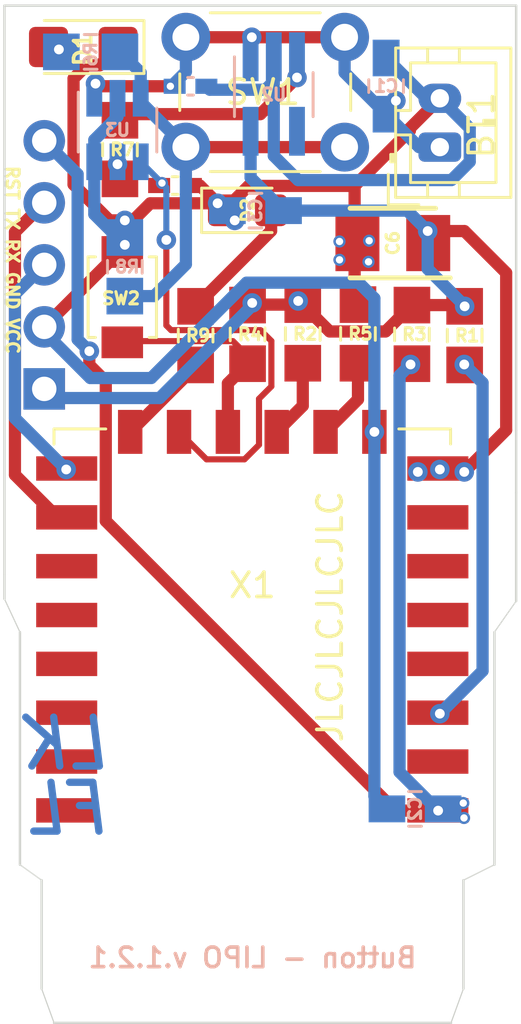
<source format=kicad_pcb>
(kicad_pcb (version 20171130) (host pcbnew "(5.1.9)-1")

  (general
    (thickness 1.6)
    (drawings 23)
    (tracks 174)
    (zones 0)
    (modules 24)
    (nets 18)
  )

  (page A4)
  (layers
    (0 F.Cu signal)
    (31 B.Cu signal)
    (32 B.Adhes user)
    (33 F.Adhes user)
    (34 B.Paste user)
    (35 F.Paste user)
    (36 B.SilkS user)
    (37 F.SilkS user)
    (38 B.Mask user)
    (39 F.Mask user)
    (40 Dwgs.User user)
    (41 Cmts.User user)
    (42 Eco1.User user)
    (43 Eco2.User user)
    (44 Edge.Cuts user)
    (45 Margin user)
    (46 B.CrtYd user hide)
    (47 F.CrtYd user hide)
    (48 B.Fab user hide)
    (49 F.Fab user hide)
  )

  (setup
    (last_trace_width 0.5)
    (user_trace_width 0.5)
    (trace_clearance 0.1)
    (zone_clearance 0.508)
    (zone_45_only no)
    (trace_min 0.2)
    (via_size 0.8)
    (via_drill 0.4)
    (via_min_size 0.4)
    (via_min_drill 0.3)
    (user_via 0.5 0.3)
    (uvia_size 0.3)
    (uvia_drill 0.1)
    (uvias_allowed no)
    (uvia_min_size 0.2)
    (uvia_min_drill 0.1)
    (edge_width 0.05)
    (segment_width 0.2)
    (pcb_text_width 0.3)
    (pcb_text_size 1.5 1.5)
    (mod_edge_width 0.12)
    (mod_text_size 1 1)
    (mod_text_width 0.15)
    (pad_size 1.524 1.524)
    (pad_drill 0.762)
    (pad_to_mask_clearance 0.051)
    (solder_mask_min_width 0.25)
    (aux_axis_origin 0 0)
    (visible_elements 7FFFFFFF)
    (pcbplotparams
      (layerselection 0x010fc_ffffffff)
      (usegerberextensions false)
      (usegerberattributes false)
      (usegerberadvancedattributes true)
      (creategerberjobfile false)
      (excludeedgelayer true)
      (linewidth 0.150000)
      (plotframeref false)
      (viasonmask false)
      (mode 1)
      (useauxorigin true)
      (hpglpennumber 1)
      (hpglpenspeed 20)
      (hpglpendiameter 15.000000)
      (psnegative false)
      (psa4output false)
      (plotreference true)
      (plotvalue true)
      (plotinvisibletext false)
      (padsonsilk false)
      (subtractmaskfromsilk false)
      (outputformat 1)
      (mirror false)
      (drillshape 0)
      (scaleselection 1)
      (outputdirectory "Gerber/"))
  )

  (net 0 "")
  (net 1 /VCC)
  (net 2 /GND)
  (net 3 /RST)
  (net 4 /RX)
  (net 5 /TX)
  (net 6 /EN)
  (net 7 /GPIO2)
  (net 8 /GPIO0)
  (net 9 "Net-(BT1-Pad1)")
  (net 10 /GPIO15)
  (net 11 "Net-(R7-Pad2)")
  (net 12 /GPIO4)
  (net 13 "Net-(D2-Pad2)")
  (net 14 /GPIO5)
  (net 15 "Net-(D1-Pad2)")
  (net 16 "Net-(R6-Pad2)")
  (net 17 "Net-(R7-Pad1)")

  (net_class Default "This is the default net class."
    (clearance 0.1)
    (trace_width 0.25)
    (via_dia 0.8)
    (via_drill 0.4)
    (uvia_dia 0.3)
    (uvia_drill 0.1)
    (add_net /EN)
    (add_net /GND)
    (add_net /GPIO0)
    (add_net /GPIO15)
    (add_net /GPIO2)
    (add_net /GPIO4)
    (add_net /GPIO5)
    (add_net /RST)
    (add_net /RX)
    (add_net /TX)
    (add_net /VCC)
    (add_net "Net-(BT1-Pad1)")
    (add_net "Net-(D1-Pad2)")
    (add_net "Net-(D2-Pad2)")
    (add_net "Net-(R6-Pad2)")
    (add_net "Net-(R7-Pad1)")
    (add_net "Net-(R7-Pad2)")
  )

  (module handsolder:LED_0805_2012Metric_Castellated_mod (layer F.Cu) (tedit 60359125) (tstamp 6032680B)
    (at 125.5295 69.088)
    (descr "LED SMD 0805 (2012 Metric), castellated end terminal, IPC_7351 nominal, (Body size source: https://docs.google.com/spreadsheets/d/1BsfQQcO9C6DZCsRaXUlFlo91Tg2WpOkGARC1WS5S8t0/edit?usp=sharing), generated with kicad-footprint-generator")
    (tags "LED castellated")
    (path /6032747F)
    (attr smd)
    (fp_text reference D2 (at 0 0 90) (layer F.SilkS)
      (effects (font (size 0.5 0.5) (thickness 0.125)))
    )
    (fp_text value LED (at 0 1.6 -180) (layer F.Fab)
      (effects (font (size 1 1) (thickness 0.15)))
    )
    (fp_text user %R (at 0 0 -180) (layer F.Fab)
      (effects (font (size 0.5 0.5) (thickness 0.08)))
    )
    (fp_line (start 1.88 0.9) (end -1.88 0.9) (layer F.CrtYd) (width 0.05))
    (fp_line (start 1.88 -0.9) (end 1.88 0.9) (layer F.CrtYd) (width 0.05))
    (fp_line (start -1.88 -0.9) (end 1.88 -0.9) (layer F.CrtYd) (width 0.05))
    (fp_line (start -1.88 0.9) (end -1.88 -0.9) (layer F.CrtYd) (width 0.05))
    (fp_line (start -1.885 0.91) (end 1 0.91) (layer F.SilkS) (width 0.12))
    (fp_line (start -1.885 -0.91) (end -1.885 0.91) (layer F.SilkS) (width 0.12))
    (fp_line (start 1 -0.91) (end -1.885 -0.91) (layer F.SilkS) (width 0.12))
    (fp_line (start 1 0.6) (end 1 -0.6) (layer F.Fab) (width 0.1))
    (fp_line (start -1 0.6) (end 1 0.6) (layer F.Fab) (width 0.1))
    (fp_line (start -1 -0.3) (end -1 0.6) (layer F.Fab) (width 0.1))
    (fp_line (start -0.7 -0.6) (end -1 -0.3) (layer F.Fab) (width 0.1))
    (fp_line (start 1 -0.6) (end -0.7 -0.6) (layer F.Fab) (width 0.1))
    (pad 2 smd roundrect (at 0.9625 0) (size 1.325 1.3) (layers F.Cu F.Paste F.Mask) (roundrect_rratio 0.1923076923076923)
      (net 13 "Net-(D2-Pad2)"))
    (pad 1 smd roundrect (at -0.9625 0) (size 1.325 1.3) (layers F.Cu F.Paste F.Mask) (roundrect_rratio 0.1923076923076923)
      (net 2 /GND))
    (model ${KISYS3DMOD}/LED_SMD.3dshapes/LED_0805_2012Metric_Castellated.wrl
      (at (xyz 0 0 0))
      (scale (xyz 1 1 1))
      (rotate (xyz 0 0 0))
    )
  )

  (module SamacSys_Parts:CAPPM3528X210N (layer F.Cu) (tedit 60362B51) (tstamp 60368D20)
    (at 131.47548 70.42912 180)
    (descr "CASE B")
    (tags "Capacitor Polarised")
    (path /603708C9)
    (attr smd)
    (fp_text reference C6 (at 0 0 270) (layer F.SilkS)
      (effects (font (size 0.5 0.5) (thickness 0.125)))
    )
    (fp_text value TAJB476M010TNJ (at 0 0 180) (layer F.SilkS) hide
      (effects (font (size 1.27 1.27) (thickness 0.254)))
    )
    (fp_text user %R (at 0 0 180) (layer F.Fab)
      (effects (font (size 1.27 1.27) (thickness 0.254)))
    )
    (fp_line (start -1.75 1.425) (end 1.75 1.425) (layer F.SilkS) (width 0.2))
    (fp_line (start 1.75 -1.425) (end -2.35 -1.425) (layer F.SilkS) (width 0.2))
    (fp_line (start -1.75 -0.525) (end -0.85 -1.425) (layer F.Fab) (width 0.1))
    (fp_line (start -1.75 1.425) (end -1.75 -1.425) (layer F.Fab) (width 0.1))
    (fp_line (start 1.75 1.425) (end -1.75 1.425) (layer F.Fab) (width 0.1))
    (fp_line (start 1.75 -1.425) (end 1.75 1.425) (layer F.Fab) (width 0.1))
    (fp_line (start -1.75 -1.425) (end 1.75 -1.425) (layer F.Fab) (width 0.1))
    (fp_line (start -2.6 1.75) (end -2.6 -1.75) (layer F.CrtYd) (width 0.05))
    (fp_line (start 2.6 1.75) (end -2.6 1.75) (layer F.CrtYd) (width 0.05))
    (fp_line (start 2.6 -1.75) (end 2.6 1.75) (layer F.CrtYd) (width 0.05))
    (fp_line (start -2.6 -1.75) (end 2.6 -1.75) (layer F.CrtYd) (width 0.05))
    (pad 2 smd rect (at 1.45 0 180) (size 1.8 2.3) (layers F.Cu F.Paste F.Mask)
      (net 2 /GND))
    (pad 1 smd rect (at -1.45 0 180) (size 1.8 2.3) (layers F.Cu F.Paste F.Mask)
      (net 1 /VCC))
    (model "C:\\Program Files\\KiCad\\SamacSys_Parts.3dshapes\\TAJB476M010TNJ.stp"
      (at (xyz 0 0 0))
      (scale (xyz 1 1 1))
      (rotate (xyz 0 0 0))
    )
  )

  (module handsolder:SOT-23-5_HandSolderingmod (layer B.Cu) (tedit 6035922E) (tstamp 60326955)
    (at 126.6 64.35 270)
    (descr "5-pin SOT23 package")
    (tags "SOT-23-5 hand-soldering")
    (path /602F5FBE)
    (attr smd)
    (fp_text reference U2 (at 0 0 180) (layer B.SilkS)
      (effects (font (size 0.5 0.5) (thickness 0.125)) (justify mirror))
    )
    (fp_text value AP2112K-3.3 (at 10.287 -1.143 90) (layer B.SilkS) hide
      (effects (font (size 1 1) (thickness 0.15)) (justify mirror))
    )
    (fp_line (start -0.9 -1.61) (end 0.9 -1.61) (layer B.SilkS) (width 0.12))
    (fp_line (start 0.9 1.61) (end -1.55 1.61) (layer B.SilkS) (width 0.12))
    (fp_line (start -0.9 0.9) (end -0.25 1.55) (layer B.Fab) (width 0.1))
    (fp_line (start 0.9 1.55) (end -0.25 1.55) (layer B.Fab) (width 0.1))
    (fp_line (start -0.9 0.9) (end -0.9 -1.55) (layer B.Fab) (width 0.1))
    (fp_line (start 0.9 -1.55) (end -0.9 -1.55) (layer B.Fab) (width 0.1))
    (fp_line (start 0.9 1.55) (end 0.9 -1.55) (layer B.Fab) (width 0.1))
    (fp_line (start -2.38 1.8) (end 2.38 1.8) (layer B.CrtYd) (width 0.05))
    (fp_line (start -2.38 1.8) (end -2.38 -1.8) (layer B.CrtYd) (width 0.05))
    (fp_line (start 2.38 -1.8) (end 2.38 1.8) (layer B.CrtYd) (width 0.05))
    (fp_line (start 2.38 -1.8) (end -2.38 -1.8) (layer B.CrtYd) (width 0.05))
    (fp_text user %R (at 0 0) (layer B.Fab)
      (effects (font (size 0.5 0.5) (thickness 0.075)) (justify mirror))
    )
    (pad 5 smd rect (at 1.5 0.95 270) (size 2 0.65) (layers B.Cu B.Paste B.Mask)
      (net 1 /VCC))
    (pad 4 smd rect (at 1.5 -0.95 270) (size 2 0.65) (layers B.Cu B.Paste B.Mask))
    (pad 3 smd rect (at -1.55 -0.95 270) (size 2 0.65) (layers B.Cu B.Paste B.Mask)
      (net 17 "Net-(R7-Pad1)"))
    (pad 2 smd trapezoid (at -1.55 0 270) (size 2 0.65) (layers B.Cu B.Paste B.Mask)
      (net 2 /GND))
    (pad 1 smd rect (at -1.55 0.95 270) (size 2 0.65) (layers B.Cu B.Paste B.Mask)
      (net 9 "Net-(BT1-Pad1)"))
    (model ${KISYS3DMOD}/Package_TO_SOT_SMD.3dshapes/SOT-23-5.wrl
      (at (xyz 0 0 0))
      (scale (xyz 1 1 1))
      (rotate (xyz 0 0 0))
    )
  )

  (module handsolder:SOT-23-6handsoldering (layer B.Cu) (tedit 603591F5) (tstamp 6032696B)
    (at 120.2 65.8 270)
    (descr "6-pin SOT-23 package")
    (tags SOT-23-6)
    (path /6031B6A7)
    (attr smd)
    (fp_text reference U3 (at 0 0 180) (layer B.SilkS)
      (effects (font (size 0.5 0.5) (thickness 0.125)) (justify mirror))
    )
    (fp_text value TPL5111 (at 0 -2.9 270) (layer B.Fab)
      (effects (font (size 1 1) (thickness 0.15)) (justify mirror))
    )
    (fp_line (start -0.9 -1.61) (end 0.9 -1.61) (layer B.SilkS) (width 0.12))
    (fp_line (start 0.9 1.61) (end -1.55 1.61) (layer B.SilkS) (width 0.12))
    (fp_line (start 1.9 1.8) (end -1.9 1.8) (layer B.CrtYd) (width 0.05))
    (fp_line (start 1.9 -1.8) (end 1.9 1.8) (layer B.CrtYd) (width 0.05))
    (fp_line (start -1.9 -1.8) (end 1.9 -1.8) (layer B.CrtYd) (width 0.05))
    (fp_line (start -1.9 1.8) (end -1.9 -1.8) (layer B.CrtYd) (width 0.05))
    (fp_line (start -0.9 0.9) (end -0.25 1.55) (layer B.Fab) (width 0.1))
    (fp_line (start 0.9 1.55) (end -0.25 1.55) (layer B.Fab) (width 0.1))
    (fp_line (start -0.9 0.9) (end -0.9 -1.55) (layer B.Fab) (width 0.1))
    (fp_line (start 0.9 -1.55) (end -0.9 -1.55) (layer B.Fab) (width 0.1))
    (fp_line (start 0.9 1.55) (end 0.9 -1.55) (layer B.Fab) (width 0.1))
    (fp_text user %R (at 0 0) (layer B.Fab)
      (effects (font (size 0.5 0.5) (thickness 0.075)) (justify mirror))
    )
    (pad 5 smd rect (at 1.3 0 270) (size 1.5 0.65) (layers B.Cu B.Paste B.Mask)
      (net 11 "Net-(R7-Pad2)"))
    (pad 6 smd rect (at 1.3 0.95 270) (size 1.5 0.65) (layers B.Cu B.Paste B.Mask)
      (net 2 /GND))
    (pad 4 smd rect (at 1.3 -0.95 270) (size 1.5 0.65) (layers B.Cu B.Paste B.Mask)
      (net 12 /GPIO4))
    (pad 3 smd rect (at -1.3 -0.95 270) (size 1.5 0.65) (layers B.Cu B.Paste B.Mask)
      (net 16 "Net-(R6-Pad2)"))
    (pad 2 smd rect (at -1.3 0 270) (size 1.5 0.65) (layers B.Cu B.Paste B.Mask)
      (net 2 /GND))
    (pad 1 smd rect (at -1.3 0.95 270) (size 1.5 0.65) (layers B.Cu B.Paste B.Mask)
      (net 9 "Net-(BT1-Pad1)"))
    (model ${KISYS3DMOD}/Package_TO_SOT_SMD.3dshapes/SOT-23-6.wrl
      (at (xyz 0 0 0))
      (scale (xyz 1 1 1))
      (rotate (xyz 0 0 0))
    )
  )

  (module handsolder:C_0805_2012handsodermod (layer B.Cu) (tedit 603591CC) (tstamp 603267C3)
    (at 131.2 64 270)
    (descr "Capacitor SMD 0805 (2012 Metric), square (rectangular) end terminal, IPC_7351 nominal with elongated pad for handsoldering. (Body size source: https://docs.google.com/spreadsheets/d/1BsfQQcO9C6DZCsRaXUlFlo91Tg2WpOkGARC1WS5S8t0/edit?usp=sharing), generated with kicad-footprint-generator")
    (tags "capacitor handsolder")
    (path /602D0C1F)
    (attr smd)
    (fp_text reference C1 (at 0 0 180) (layer B.SilkS)
      (effects (font (size 0.5 0.5) (thickness 0.125)) (justify mirror))
    )
    (fp_text value 10uF (at 0 -1.65 90) (layer B.Fab) hide
      (effects (font (size 1 1) (thickness 0.15)) (justify mirror))
    )
    (fp_line (start -1 -0.6) (end -1 0.6) (layer B.Fab) (width 0.1))
    (fp_line (start -1 0.6) (end 1 0.6) (layer B.Fab) (width 0.1))
    (fp_line (start 1 0.6) (end 1 -0.6) (layer B.Fab) (width 0.1))
    (fp_line (start 1 -0.6) (end -1 -0.6) (layer B.Fab) (width 0.1))
    (fp_line (start -0.261252 0.71) (end 0.261252 0.71) (layer B.SilkS) (width 0.12))
    (fp_line (start -0.261252 -0.71) (end 0.261252 -0.71) (layer B.SilkS) (width 0.12))
    (fp_line (start -2 -0.95) (end -2 0.95) (layer B.CrtYd) (width 0.05))
    (fp_line (start -2 0.95) (end 2.05 0.95) (layer B.CrtYd) (width 0.05))
    (fp_line (start 2.05 0.95) (end 2.05 -0.95) (layer B.CrtYd) (width 0.05))
    (fp_line (start 2.05 -0.95) (end -2 -0.95) (layer B.CrtYd) (width 0.05))
    (fp_text user %R (at 0 0 90) (layer B.Fab)
      (effects (font (size 0.5 0.5) (thickness 0.08)) (justify mirror))
    )
    (pad 2 smd rect (at 1.15 0 270) (size 1.5 1.1) (layers B.Cu B.Paste B.Mask)
      (net 9 "Net-(BT1-Pad1)"))
    (pad 1 smd rect (at -1.15 0 270) (size 1.5 1.1) (layers B.Cu B.Paste B.Mask)
      (net 2 /GND))
    (model ${KISYS3DMOD}/Capacitor_SMD.3dshapes/C_0805_2012Metric.wrl
      (at (xyz 0 0 0))
      (scale (xyz 1 1 1))
      (rotate (xyz 0 0 0))
    )
  )

  (module handsolder:C_0805_2012handsodermod (layer B.Cu) (tedit 603591CC) (tstamp 603267E5)
    (at 125.85 69.1)
    (descr "Capacitor SMD 0805 (2012 Metric), square (rectangular) end terminal, IPC_7351 nominal with elongated pad for handsoldering. (Body size source: https://docs.google.com/spreadsheets/d/1BsfQQcO9C6DZCsRaXUlFlo91Tg2WpOkGARC1WS5S8t0/edit?usp=sharing), generated with kicad-footprint-generator")
    (tags "capacitor handsolder")
    (path /602E3D4A)
    (attr smd)
    (fp_text reference C3 (at 0 0 -90) (layer B.SilkS)
      (effects (font (size 0.5 0.5) (thickness 0.125)) (justify mirror))
    )
    (fp_text value 10uF (at 0 -1.65) (layer B.Fab) hide
      (effects (font (size 1 1) (thickness 0.15)) (justify mirror))
    )
    (fp_line (start -1 -0.6) (end -1 0.6) (layer B.Fab) (width 0.1))
    (fp_line (start -1 0.6) (end 1 0.6) (layer B.Fab) (width 0.1))
    (fp_line (start 1 0.6) (end 1 -0.6) (layer B.Fab) (width 0.1))
    (fp_line (start 1 -0.6) (end -1 -0.6) (layer B.Fab) (width 0.1))
    (fp_line (start -0.261252 0.71) (end 0.261252 0.71) (layer B.SilkS) (width 0.12))
    (fp_line (start -0.261252 -0.71) (end 0.261252 -0.71) (layer B.SilkS) (width 0.12))
    (fp_line (start -2 -0.95) (end -2 0.95) (layer B.CrtYd) (width 0.05))
    (fp_line (start -2 0.95) (end 2.05 0.95) (layer B.CrtYd) (width 0.05))
    (fp_line (start 2.05 0.95) (end 2.05 -0.95) (layer B.CrtYd) (width 0.05))
    (fp_line (start 2.05 -0.95) (end -2 -0.95) (layer B.CrtYd) (width 0.05))
    (fp_text user %R (at 0 0) (layer B.Fab)
      (effects (font (size 0.5 0.5) (thickness 0.08)) (justify mirror))
    )
    (pad 2 smd rect (at 1.15 0) (size 1.5 1.1) (layers B.Cu B.Paste B.Mask)
      (net 1 /VCC))
    (pad 1 smd rect (at -1.15 0) (size 1.5 1.1) (layers B.Cu B.Paste B.Mask)
      (net 2 /GND))
    (model ${KISYS3DMOD}/Capacitor_SMD.3dshapes/C_0805_2012Metric.wrl
      (at (xyz 0 0 0))
      (scale (xyz 1 1 1))
      (rotate (xyz 0 0 0))
    )
  )

  (module handsolder:C_0805_2012handsodermod (layer B.Cu) (tedit 603591CC) (tstamp 603267D4)
    (at 132.3848 93.599)
    (descr "Capacitor SMD 0805 (2012 Metric), square (rectangular) end terminal, IPC_7351 nominal with elongated pad for handsoldering. (Body size source: https://docs.google.com/spreadsheets/d/1BsfQQcO9C6DZCsRaXUlFlo91Tg2WpOkGARC1WS5S8t0/edit?usp=sharing), generated with kicad-footprint-generator")
    (tags "capacitor handsolder")
    (path /602C896A)
    (attr smd)
    (fp_text reference C2 (at 0 0 -90) (layer B.SilkS)
      (effects (font (size 0.5 0.5) (thickness 0.125)) (justify mirror))
    )
    (fp_text value 100nF (at 0 -1.65) (layer B.Fab) hide
      (effects (font (size 1 1) (thickness 0.15)) (justify mirror))
    )
    (fp_line (start -1 -0.6) (end -1 0.6) (layer B.Fab) (width 0.1))
    (fp_line (start -1 0.6) (end 1 0.6) (layer B.Fab) (width 0.1))
    (fp_line (start 1 0.6) (end 1 -0.6) (layer B.Fab) (width 0.1))
    (fp_line (start 1 -0.6) (end -1 -0.6) (layer B.Fab) (width 0.1))
    (fp_line (start -0.261252 0.71) (end 0.261252 0.71) (layer B.SilkS) (width 0.12))
    (fp_line (start -0.261252 -0.71) (end 0.261252 -0.71) (layer B.SilkS) (width 0.12))
    (fp_line (start -2 -0.95) (end -2 0.95) (layer B.CrtYd) (width 0.05))
    (fp_line (start -2 0.95) (end 2.05 0.95) (layer B.CrtYd) (width 0.05))
    (fp_line (start 2.05 0.95) (end 2.05 -0.95) (layer B.CrtYd) (width 0.05))
    (fp_line (start 2.05 -0.95) (end -2 -0.95) (layer B.CrtYd) (width 0.05))
    (fp_text user %R (at 0 0) (layer B.Fab)
      (effects (font (size 0.5 0.5) (thickness 0.08)) (justify mirror))
    )
    (pad 2 smd rect (at 1.15 0) (size 1.5 1.1) (layers B.Cu B.Paste B.Mask)
      (net 3 /RST))
    (pad 1 smd rect (at -1.15 0) (size 1.5 1.1) (layers B.Cu B.Paste B.Mask)
      (net 2 /GND))
    (model ${KISYS3DMOD}/Capacitor_SMD.3dshapes/C_0805_2012Metric.wrl
      (at (xyz 0 0 0))
      (scale (xyz 1 1 1))
      (rotate (xyz 0 0 0))
    )
  )

  (module handsolder:R_0805_2012handsoldermod (layer B.Cu) (tedit 60358F22) (tstamp 603268E1)
    (at 120.5 71.4 90)
    (descr "Resistor SMD 0805 (2012 Metric), square (rectangular) end terminal, IPC_7351 nominal with elongated pad for handsoldering. (Body size source: https://docs.google.com/spreadsheets/d/1BsfQQcO9C6DZCsRaXUlFlo91Tg2WpOkGARC1WS5S8t0/edit?usp=sharing), generated with kicad-footprint-generator")
    (tags "resistor handsolder")
    (path /6031EA78)
    (attr smd)
    (fp_text reference R8 (at 0 0.1 180) (layer B.SilkS)
      (effects (font (size 0.5 0.5) (thickness 0.125)) (justify mirror))
    )
    (fp_text value 10k (at 0 -1.65 90) (layer B.Fab) hide
      (effects (font (size 1 1) (thickness 0.15)) (justify mirror))
    )
    (fp_line (start -1 -0.6) (end -1 0.6) (layer B.Fab) (width 0.1))
    (fp_line (start -1 0.6) (end 1 0.6) (layer B.Fab) (width 0.1))
    (fp_line (start 1 0.6) (end 1 -0.6) (layer B.Fab) (width 0.1))
    (fp_line (start 1 -0.6) (end -1 -0.6) (layer B.Fab) (width 0.1))
    (fp_line (start -0.261252 0.71) (end 0.261252 0.71) (layer B.SilkS) (width 0.12))
    (fp_line (start -0.261252 -0.71) (end 0.261252 -0.71) (layer B.SilkS) (width 0.12))
    (fp_line (start -2.05 -0.95) (end -2.05 0.95) (layer B.CrtYd) (width 0.05))
    (fp_line (start -2.05 0.95) (end 2.05 0.95) (layer B.CrtYd) (width 0.05))
    (fp_line (start 2.05 0.95) (end 2.05 -0.95) (layer B.CrtYd) (width 0.05))
    (fp_line (start 2.05 -0.95) (end -2.05 -0.95) (layer B.CrtYd) (width 0.05))
    (fp_text user %R (at 0 0 90) (layer B.Fab)
      (effects (font (size 0.5 0.5) (thickness 0.08)) (justify mirror))
    )
    (pad 2 smd rect (at 1.2 0 90) (size 1.5 1.5) (layers B.Cu B.Paste B.Mask)
      (net 2 /GND))
    (pad 1 smd rect (at -1.2 0 90) (size 1.5 1.5) (layers B.Cu B.Paste B.Mask)
      (net 16 "Net-(R6-Pad2)"))
    (model ${KISYS3DMOD}/Resistor_SMD.3dshapes/R_0805_2012Metric.wrl
      (at (xyz 0 0 0))
      (scale (xyz 1 1 1))
      (rotate (xyz 0 0 0))
    )
  )

  (module handsolder:R_0805_2012handsoldermod (layer F.Cu) (tedit 60358F22) (tstamp 603268F2)
    (at 123.4 74.2188 270)
    (descr "Resistor SMD 0805 (2012 Metric), square (rectangular) end terminal, IPC_7351 nominal with elongated pad for handsoldering. (Body size source: https://docs.google.com/spreadsheets/d/1BsfQQcO9C6DZCsRaXUlFlo91Tg2WpOkGARC1WS5S8t0/edit?usp=sharing), generated with kicad-footprint-generator")
    (tags "resistor handsolder")
    (path /60325E7B)
    (attr smd)
    (fp_text reference R9 (at 0 -0.1) (layer F.SilkS)
      (effects (font (size 0.5 0.5) (thickness 0.125)))
    )
    (fp_text value 1k (at 0 1.65 90) (layer F.Fab) hide
      (effects (font (size 1 1) (thickness 0.15)))
    )
    (fp_line (start -1 0.6) (end -1 -0.6) (layer F.Fab) (width 0.1))
    (fp_line (start -1 -0.6) (end 1 -0.6) (layer F.Fab) (width 0.1))
    (fp_line (start 1 -0.6) (end 1 0.6) (layer F.Fab) (width 0.1))
    (fp_line (start 1 0.6) (end -1 0.6) (layer F.Fab) (width 0.1))
    (fp_line (start -0.261252 -0.71) (end 0.261252 -0.71) (layer F.SilkS) (width 0.12))
    (fp_line (start -0.261252 0.71) (end 0.261252 0.71) (layer F.SilkS) (width 0.12))
    (fp_line (start -2.05 0.95) (end -2.05 -0.95) (layer F.CrtYd) (width 0.05))
    (fp_line (start -2.05 -0.95) (end 2.05 -0.95) (layer F.CrtYd) (width 0.05))
    (fp_line (start 2.05 -0.95) (end 2.05 0.95) (layer F.CrtYd) (width 0.05))
    (fp_line (start 2.05 0.95) (end -2.05 0.95) (layer F.CrtYd) (width 0.05))
    (fp_text user %R (at 0 0 90) (layer F.Fab)
      (effects (font (size 0.5 0.5) (thickness 0.08)))
    )
    (pad 2 smd rect (at 1.2 0 270) (size 1.5 1.5) (layers F.Cu F.Paste F.Mask)
      (net 14 /GPIO5))
    (pad 1 smd rect (at -1.2 0 270) (size 1.5 1.5) (layers F.Cu F.Paste F.Mask)
      (net 13 "Net-(D2-Pad2)"))
    (model ${KISYS3DMOD}/Resistor_SMD.3dshapes/R_0805_2012Metric.wrl
      (at (xyz 0 0 0))
      (scale (xyz 1 1 1))
      (rotate (xyz 0 0 0))
    )
  )

  (module handsolder:R_0805_2012handsoldermod (layer F.Cu) (tedit 60358F22) (tstamp 603268D0)
    (at 120.3 66.6 270)
    (descr "Resistor SMD 0805 (2012 Metric), square (rectangular) end terminal, IPC_7351 nominal with elongated pad for handsoldering. (Body size source: https://docs.google.com/spreadsheets/d/1BsfQQcO9C6DZCsRaXUlFlo91Tg2WpOkGARC1WS5S8t0/edit?usp=sharing), generated with kicad-footprint-generator")
    (tags "resistor handsolder")
    (path /602F7A06)
    (attr smd)
    (fp_text reference R7 (at 0 -0.1) (layer F.SilkS)
      (effects (font (size 0.5 0.5) (thickness 0.125)))
    )
    (fp_text value 10k (at 0 1.65 90) (layer F.Fab) hide
      (effects (font (size 1 1) (thickness 0.15)))
    )
    (fp_line (start -1 0.6) (end -1 -0.6) (layer F.Fab) (width 0.1))
    (fp_line (start -1 -0.6) (end 1 -0.6) (layer F.Fab) (width 0.1))
    (fp_line (start 1 -0.6) (end 1 0.6) (layer F.Fab) (width 0.1))
    (fp_line (start 1 0.6) (end -1 0.6) (layer F.Fab) (width 0.1))
    (fp_line (start -0.261252 -0.71) (end 0.261252 -0.71) (layer F.SilkS) (width 0.12))
    (fp_line (start -0.261252 0.71) (end 0.261252 0.71) (layer F.SilkS) (width 0.12))
    (fp_line (start -2.05 0.95) (end -2.05 -0.95) (layer F.CrtYd) (width 0.05))
    (fp_line (start -2.05 -0.95) (end 2.05 -0.95) (layer F.CrtYd) (width 0.05))
    (fp_line (start 2.05 -0.95) (end 2.05 0.95) (layer F.CrtYd) (width 0.05))
    (fp_line (start 2.05 0.95) (end -2.05 0.95) (layer F.CrtYd) (width 0.05))
    (fp_text user %R (at 0 0 90) (layer F.Fab)
      (effects (font (size 0.5 0.5) (thickness 0.08)))
    )
    (pad 2 smd rect (at 1.2 0 270) (size 1.5 1.5) (layers F.Cu F.Paste F.Mask)
      (net 11 "Net-(R7-Pad2)"))
    (pad 1 smd rect (at -1.2 0 270) (size 1.5 1.5) (layers F.Cu F.Paste F.Mask)
      (net 17 "Net-(R7-Pad1)"))
    (model ${KISYS3DMOD}/Resistor_SMD.3dshapes/R_0805_2012Metric.wrl
      (at (xyz 0 0 0))
      (scale (xyz 1 1 1))
      (rotate (xyz 0 0 0))
    )
  )

  (module handsolder:R_0805_2012handsoldermod (layer B.Cu) (tedit 60358F22) (tstamp 603268BF)
    (at 119.1 62.6)
    (descr "Resistor SMD 0805 (2012 Metric), square (rectangular) end terminal, IPC_7351 nominal with elongated pad for handsoldering. (Body size source: https://docs.google.com/spreadsheets/d/1BsfQQcO9C6DZCsRaXUlFlo91Tg2WpOkGARC1WS5S8t0/edit?usp=sharing), generated with kicad-footprint-generator")
    (tags "resistor handsolder")
    (path /602D454A)
    (attr smd)
    (fp_text reference R6 (at 0 0.1 -90) (layer B.SilkS)
      (effects (font (size 0.5 0.5) (thickness 0.125)) (justify mirror))
    )
    (fp_text value 1k (at 0 -1.65) (layer B.Fab) hide
      (effects (font (size 1 1) (thickness 0.15)) (justify mirror))
    )
    (fp_line (start -1 -0.6) (end -1 0.6) (layer B.Fab) (width 0.1))
    (fp_line (start -1 0.6) (end 1 0.6) (layer B.Fab) (width 0.1))
    (fp_line (start 1 0.6) (end 1 -0.6) (layer B.Fab) (width 0.1))
    (fp_line (start 1 -0.6) (end -1 -0.6) (layer B.Fab) (width 0.1))
    (fp_line (start -0.261252 0.71) (end 0.261252 0.71) (layer B.SilkS) (width 0.12))
    (fp_line (start -0.261252 -0.71) (end 0.261252 -0.71) (layer B.SilkS) (width 0.12))
    (fp_line (start -2.05 -0.95) (end -2.05 0.95) (layer B.CrtYd) (width 0.05))
    (fp_line (start -2.05 0.95) (end 2.05 0.95) (layer B.CrtYd) (width 0.05))
    (fp_line (start 2.05 0.95) (end 2.05 -0.95) (layer B.CrtYd) (width 0.05))
    (fp_line (start 2.05 -0.95) (end -2.05 -0.95) (layer B.CrtYd) (width 0.05))
    (fp_text user %R (at 0 0) (layer B.Fab)
      (effects (font (size 0.5 0.5) (thickness 0.08)) (justify mirror))
    )
    (pad 2 smd rect (at 1.2 0) (size 1.5 1.5) (layers B.Cu B.Paste B.Mask)
      (net 16 "Net-(R6-Pad2)"))
    (pad 1 smd rect (at -1.2 0) (size 1.5 1.5) (layers B.Cu B.Paste B.Mask)
      (net 15 "Net-(D1-Pad2)"))
    (model ${KISYS3DMOD}/Resistor_SMD.3dshapes/R_0805_2012Metric.wrl
      (at (xyz 0 0 0))
      (scale (xyz 1 1 1))
      (rotate (xyz 0 0 0))
    )
  )

  (module handsolder:R_0805_2012handsoldermod (layer F.Cu) (tedit 60358F22) (tstamp 603268AE)
    (at 130.048 74.1488 270)
    (descr "Resistor SMD 0805 (2012 Metric), square (rectangular) end terminal, IPC_7351 nominal with elongated pad for handsoldering. (Body size source: https://docs.google.com/spreadsheets/d/1BsfQQcO9C6DZCsRaXUlFlo91Tg2WpOkGARC1WS5S8t0/edit?usp=sharing), generated with kicad-footprint-generator")
    (tags "resistor handsolder")
    (path /602CA91E)
    (attr smd)
    (fp_text reference R5 (at 0 -0.1) (layer F.SilkS)
      (effects (font (size 0.5 0.5) (thickness 0.125)))
    )
    (fp_text value 4.7k (at 0 1.65 90) (layer F.Fab) hide
      (effects (font (size 1 1) (thickness 0.15)))
    )
    (fp_line (start -1 0.6) (end -1 -0.6) (layer F.Fab) (width 0.1))
    (fp_line (start -1 -0.6) (end 1 -0.6) (layer F.Fab) (width 0.1))
    (fp_line (start 1 -0.6) (end 1 0.6) (layer F.Fab) (width 0.1))
    (fp_line (start 1 0.6) (end -1 0.6) (layer F.Fab) (width 0.1))
    (fp_line (start -0.261252 -0.71) (end 0.261252 -0.71) (layer F.SilkS) (width 0.12))
    (fp_line (start -0.261252 0.71) (end 0.261252 0.71) (layer F.SilkS) (width 0.12))
    (fp_line (start -2.05 0.95) (end -2.05 -0.95) (layer F.CrtYd) (width 0.05))
    (fp_line (start -2.05 -0.95) (end 2.05 -0.95) (layer F.CrtYd) (width 0.05))
    (fp_line (start 2.05 -0.95) (end 2.05 0.95) (layer F.CrtYd) (width 0.05))
    (fp_line (start 2.05 0.95) (end -2.05 0.95) (layer F.CrtYd) (width 0.05))
    (fp_text user %R (at 0 0 90) (layer F.Fab)
      (effects (font (size 0.5 0.5) (thickness 0.08)))
    )
    (pad 2 smd rect (at 1.2 0 270) (size 1.5 1.5) (layers F.Cu F.Paste F.Mask)
      (net 10 /GPIO15))
    (pad 1 smd rect (at -1.2 0 270) (size 1.5 1.5) (layers F.Cu F.Paste F.Mask)
      (net 2 /GND))
    (model ${KISYS3DMOD}/Resistor_SMD.3dshapes/R_0805_2012Metric.wrl
      (at (xyz 0 0 0))
      (scale (xyz 1 1 1))
      (rotate (xyz 0 0 0))
    )
  )

  (module handsolder:R_0805_2012handsoldermod (layer F.Cu) (tedit 60358F22) (tstamp 6032689D)
    (at 125.5268 74.168 270)
    (descr "Resistor SMD 0805 (2012 Metric), square (rectangular) end terminal, IPC_7351 nominal with elongated pad for handsoldering. (Body size source: https://docs.google.com/spreadsheets/d/1BsfQQcO9C6DZCsRaXUlFlo91Tg2WpOkGARC1WS5S8t0/edit?usp=sharing), generated with kicad-footprint-generator")
    (tags "resistor handsolder")
    (path /602CA541)
    (attr smd)
    (fp_text reference R4 (at 0 -0.1) (layer F.SilkS)
      (effects (font (size 0.5 0.5) (thickness 0.125)))
    )
    (fp_text value 10k (at 0 1.65 90) (layer F.Fab) hide
      (effects (font (size 1 1) (thickness 0.15)))
    )
    (fp_line (start -1 0.6) (end -1 -0.6) (layer F.Fab) (width 0.1))
    (fp_line (start -1 -0.6) (end 1 -0.6) (layer F.Fab) (width 0.1))
    (fp_line (start 1 -0.6) (end 1 0.6) (layer F.Fab) (width 0.1))
    (fp_line (start 1 0.6) (end -1 0.6) (layer F.Fab) (width 0.1))
    (fp_line (start -0.261252 -0.71) (end 0.261252 -0.71) (layer F.SilkS) (width 0.12))
    (fp_line (start -0.261252 0.71) (end 0.261252 0.71) (layer F.SilkS) (width 0.12))
    (fp_line (start -2.05 0.95) (end -2.05 -0.95) (layer F.CrtYd) (width 0.05))
    (fp_line (start -2.05 -0.95) (end 2.05 -0.95) (layer F.CrtYd) (width 0.05))
    (fp_line (start 2.05 -0.95) (end 2.05 0.95) (layer F.CrtYd) (width 0.05))
    (fp_line (start 2.05 0.95) (end -2.05 0.95) (layer F.CrtYd) (width 0.05))
    (fp_text user %R (at 0 0 90) (layer F.Fab)
      (effects (font (size 0.5 0.5) (thickness 0.08)))
    )
    (pad 2 smd rect (at 1.2 0 270) (size 1.5 1.5) (layers F.Cu F.Paste F.Mask)
      (net 8 /GPIO0))
    (pad 1 smd rect (at -1.2 0 270) (size 1.5 1.5) (layers F.Cu F.Paste F.Mask)
      (net 1 /VCC))
    (model ${KISYS3DMOD}/Resistor_SMD.3dshapes/R_0805_2012Metric.wrl
      (at (xyz 0 0 0))
      (scale (xyz 1 1 1))
      (rotate (xyz 0 0 0))
    )
  )

  (module handsolder:R_0805_2012handsoldermod (layer F.Cu) (tedit 60358F22) (tstamp 6032688C)
    (at 132.2578 74.168 270)
    (descr "Resistor SMD 0805 (2012 Metric), square (rectangular) end terminal, IPC_7351 nominal with elongated pad for handsoldering. (Body size source: https://docs.google.com/spreadsheets/d/1BsfQQcO9C6DZCsRaXUlFlo91Tg2WpOkGARC1WS5S8t0/edit?usp=sharing), generated with kicad-footprint-generator")
    (tags "resistor handsolder")
    (path /602C7954)
    (attr smd)
    (fp_text reference R3 (at 0 -0.1) (layer F.SilkS)
      (effects (font (size 0.5 0.5) (thickness 0.125)))
    )
    (fp_text value 10k (at 0 1.65 90) (layer F.Fab) hide
      (effects (font (size 1 1) (thickness 0.15)))
    )
    (fp_line (start -1 0.6) (end -1 -0.6) (layer F.Fab) (width 0.1))
    (fp_line (start -1 -0.6) (end 1 -0.6) (layer F.Fab) (width 0.1))
    (fp_line (start 1 -0.6) (end 1 0.6) (layer F.Fab) (width 0.1))
    (fp_line (start 1 0.6) (end -1 0.6) (layer F.Fab) (width 0.1))
    (fp_line (start -0.261252 -0.71) (end 0.261252 -0.71) (layer F.SilkS) (width 0.12))
    (fp_line (start -0.261252 0.71) (end 0.261252 0.71) (layer F.SilkS) (width 0.12))
    (fp_line (start -2.05 0.95) (end -2.05 -0.95) (layer F.CrtYd) (width 0.05))
    (fp_line (start -2.05 -0.95) (end 2.05 -0.95) (layer F.CrtYd) (width 0.05))
    (fp_line (start 2.05 -0.95) (end 2.05 0.95) (layer F.CrtYd) (width 0.05))
    (fp_line (start 2.05 0.95) (end -2.05 0.95) (layer F.CrtYd) (width 0.05))
    (fp_text user %R (at 0 0 90) (layer F.Fab)
      (effects (font (size 0.5 0.5) (thickness 0.08)))
    )
    (pad 2 smd rect (at 1.2 0 270) (size 1.5 1.5) (layers F.Cu F.Paste F.Mask)
      (net 3 /RST))
    (pad 1 smd rect (at -1.2 0 270) (size 1.5 1.5) (layers F.Cu F.Paste F.Mask)
      (net 1 /VCC))
    (model ${KISYS3DMOD}/Resistor_SMD.3dshapes/R_0805_2012Metric.wrl
      (at (xyz 0 0 0))
      (scale (xyz 1 1 1))
      (rotate (xyz 0 0 0))
    )
  )

  (module handsolder:R_0805_2012handsoldermod (layer F.Cu) (tedit 60358F22) (tstamp 6032687B)
    (at 127.7874 74.1488 270)
    (descr "Resistor SMD 0805 (2012 Metric), square (rectangular) end terminal, IPC_7351 nominal with elongated pad for handsoldering. (Body size source: https://docs.google.com/spreadsheets/d/1BsfQQcO9C6DZCsRaXUlFlo91Tg2WpOkGARC1WS5S8t0/edit?usp=sharing), generated with kicad-footprint-generator")
    (tags "resistor handsolder")
    (path /602CC605)
    (attr smd)
    (fp_text reference R2 (at 0 -0.1) (layer F.SilkS)
      (effects (font (size 0.5 0.5) (thickness 0.125)))
    )
    (fp_text value 10k (at 0 1.65 90) (layer F.Fab) hide
      (effects (font (size 1 1) (thickness 0.15)))
    )
    (fp_line (start -1 0.6) (end -1 -0.6) (layer F.Fab) (width 0.1))
    (fp_line (start -1 -0.6) (end 1 -0.6) (layer F.Fab) (width 0.1))
    (fp_line (start 1 -0.6) (end 1 0.6) (layer F.Fab) (width 0.1))
    (fp_line (start 1 0.6) (end -1 0.6) (layer F.Fab) (width 0.1))
    (fp_line (start -0.261252 -0.71) (end 0.261252 -0.71) (layer F.SilkS) (width 0.12))
    (fp_line (start -0.261252 0.71) (end 0.261252 0.71) (layer F.SilkS) (width 0.12))
    (fp_line (start -2.05 0.95) (end -2.05 -0.95) (layer F.CrtYd) (width 0.05))
    (fp_line (start -2.05 -0.95) (end 2.05 -0.95) (layer F.CrtYd) (width 0.05))
    (fp_line (start 2.05 -0.95) (end 2.05 0.95) (layer F.CrtYd) (width 0.05))
    (fp_line (start 2.05 0.95) (end -2.05 0.95) (layer F.CrtYd) (width 0.05))
    (fp_text user %R (at 0 0 90) (layer F.Fab)
      (effects (font (size 0.5 0.5) (thickness 0.08)))
    )
    (pad 2 smd rect (at 1.2 0 270) (size 1.5 1.5) (layers F.Cu F.Paste F.Mask)
      (net 7 /GPIO2))
    (pad 1 smd rect (at -1.2 0 270) (size 1.5 1.5) (layers F.Cu F.Paste F.Mask)
      (net 1 /VCC))
    (model ${KISYS3DMOD}/Resistor_SMD.3dshapes/R_0805_2012Metric.wrl
      (at (xyz 0 0 0))
      (scale (xyz 1 1 1))
      (rotate (xyz 0 0 0))
    )
  )

  (module handsolder:R_0805_2012handsoldermod (layer F.Cu) (tedit 60358F22) (tstamp 6032686A)
    (at 134.4168 74.2188 270)
    (descr "Resistor SMD 0805 (2012 Metric), square (rectangular) end terminal, IPC_7351 nominal with elongated pad for handsoldering. (Body size source: https://docs.google.com/spreadsheets/d/1BsfQQcO9C6DZCsRaXUlFlo91Tg2WpOkGARC1WS5S8t0/edit?usp=sharing), generated with kicad-footprint-generator")
    (tags "resistor handsolder")
    (path /602C727C)
    (attr smd)
    (fp_text reference R1 (at 0 -0.1) (layer F.SilkS)
      (effects (font (size 0.5 0.5) (thickness 0.125)))
    )
    (fp_text value 10k (at 0 1.65 90) (layer F.Fab) hide
      (effects (font (size 1 1) (thickness 0.15)))
    )
    (fp_line (start -1 0.6) (end -1 -0.6) (layer F.Fab) (width 0.1))
    (fp_line (start -1 -0.6) (end 1 -0.6) (layer F.Fab) (width 0.1))
    (fp_line (start 1 -0.6) (end 1 0.6) (layer F.Fab) (width 0.1))
    (fp_line (start 1 0.6) (end -1 0.6) (layer F.Fab) (width 0.1))
    (fp_line (start -0.261252 -0.71) (end 0.261252 -0.71) (layer F.SilkS) (width 0.12))
    (fp_line (start -0.261252 0.71) (end 0.261252 0.71) (layer F.SilkS) (width 0.12))
    (fp_line (start -2.05 0.95) (end -2.05 -0.95) (layer F.CrtYd) (width 0.05))
    (fp_line (start -2.05 -0.95) (end 2.05 -0.95) (layer F.CrtYd) (width 0.05))
    (fp_line (start 2.05 -0.95) (end 2.05 0.95) (layer F.CrtYd) (width 0.05))
    (fp_line (start 2.05 0.95) (end -2.05 0.95) (layer F.CrtYd) (width 0.05))
    (fp_text user %R (at 0 0 90) (layer F.Fab)
      (effects (font (size 0.5 0.5) (thickness 0.08)))
    )
    (pad 2 smd rect (at 1.2 0 270) (size 1.5 1.5) (layers F.Cu F.Paste F.Mask)
      (net 6 /EN))
    (pad 1 smd rect (at -1.2 0 270) (size 1.5 1.5) (layers F.Cu F.Paste F.Mask)
      (net 1 /VCC))
    (model ${KISYS3DMOD}/Resistor_SMD.3dshapes/R_0805_2012Metric.wrl
      (at (xyz 0 0 0))
      (scale (xyz 1 1 1))
      (rotate (xyz 0 0 0))
    )
  )

  (module handsolder:C_0402_1005Metric_Pad0.74x0.62mm_HandSoldermod (layer B.Cu) (tedit 60342830) (tstamp 6034F44F)
    (at 123.19 64.008)
    (descr "Capacitor SMD 0402 (1005 Metric), square (rectangular) end terminal, IPC_7351 nominal with elongated pad for handsoldering. (Body size source: IPC-SM-782 page 76, https://www.pcb-3d.com/wordpress/wp-content/uploads/ipc-sm-782a_amendment_1_and_2.pdf), generated with kicad-footprint-generator")
    (tags "capacitor handsolder")
    (path /6034F39F)
    (attr smd)
    (fp_text reference C5 (at -0.127 0.8255 180) (layer B.SilkS) hide
      (effects (font (size 0.5 0.5) (thickness 0.125)) (justify mirror))
    )
    (fp_text value 100nF (at 0 -1.16) (layer B.Fab)
      (effects (font (size 1 1) (thickness 0.15)) (justify mirror))
    )
    (fp_line (start -0.5 -0.25) (end -0.5 0.25) (layer B.Fab) (width 0.1))
    (fp_line (start -0.5 0.25) (end 0.5 0.25) (layer B.Fab) (width 0.1))
    (fp_line (start 0.5 0.25) (end 0.5 -0.25) (layer B.Fab) (width 0.1))
    (fp_line (start 0.5 -0.25) (end -0.5 -0.25) (layer B.Fab) (width 0.1))
    (fp_line (start -0.115835 0.36) (end 0.115835 0.36) (layer B.SilkS) (width 0.12))
    (fp_line (start -0.115835 -0.36) (end 0.115835 -0.36) (layer B.SilkS) (width 0.12))
    (fp_line (start -1.08 -0.46) (end -1.08 0.46) (layer B.CrtYd) (width 0.05))
    (fp_line (start -1.08 0.46) (end 1.08 0.46) (layer B.CrtYd) (width 0.05))
    (fp_line (start 1.08 0.46) (end 1.08 -0.46) (layer B.CrtYd) (width 0.05))
    (fp_line (start 1.08 -0.46) (end -1.08 -0.46) (layer B.CrtYd) (width 0.05))
    (fp_text user %R (at 0 0) (layer B.Fab)
      (effects (font (size 0.25 0.25) (thickness 0.04)) (justify mirror))
    )
    (pad 2 smd rect (at 0.65 0) (size 0.9 0.62) (layers B.Cu B.Paste B.Mask)
      (net 2 /GND))
    (pad 1 smd rect (at -0.65 0) (size 0.9 0.62) (layers B.Cu B.Paste B.Mask)
      (net 9 "Net-(BT1-Pad1)"))
    (model ${KISYS3DMOD}/Capacitor_SMD.3dshapes/C_0402_1005Metric.wrl
      (at (xyz 0 0 0))
      (scale (xyz 1 1 1))
      (rotate (xyz 0 0 0))
    )
  )

  (module Button_Switch_SMD:SW_SPST_B3U-1000P (layer F.Cu) (tedit 60353A91) (tstamp 6032692A)
    (at 120.396 72.644 90)
    (descr "Ultra-small-sized Tactile Switch with High Contact Reliability, Top-actuated Model, without Ground Terminal, without Boss")
    (tags "Tactile Switch")
    (path /602CDBD4)
    (attr smd)
    (fp_text reference SW2 (at -0.05 -0.05) (layer F.SilkS)
      (effects (font (size 0.5 0.5) (thickness 0.125)))
    )
    (fp_text value SW_Push (at 0 2.5 90) (layer F.Fab)
      (effects (font (size 1 1) (thickness 0.15)))
    )
    (fp_circle (center 0 0) (end 0.75 0) (layer F.Fab) (width 0.1))
    (fp_line (start -1.5 1.25) (end -1.5 -1.25) (layer F.Fab) (width 0.1))
    (fp_line (start 1.5 1.25) (end -1.5 1.25) (layer F.Fab) (width 0.1))
    (fp_line (start 1.5 -1.25) (end 1.5 1.25) (layer F.Fab) (width 0.1))
    (fp_line (start -1.5 -1.25) (end 1.5 -1.25) (layer F.Fab) (width 0.1))
    (fp_line (start 1.65 -1.4) (end 1.65 -1.1) (layer F.SilkS) (width 0.12))
    (fp_line (start -1.65 -1.4) (end 1.65 -1.4) (layer F.SilkS) (width 0.12))
    (fp_line (start -1.65 -1.1) (end -1.65 -1.4) (layer F.SilkS) (width 0.12))
    (fp_line (start 1.65 1.4) (end 1.65 1.1) (layer F.SilkS) (width 0.12))
    (fp_line (start -1.65 1.4) (end 1.65 1.4) (layer F.SilkS) (width 0.12))
    (fp_line (start -1.65 1.1) (end -1.65 1.4) (layer F.SilkS) (width 0.12))
    (fp_line (start -2.5 -1.65) (end -2.5 1.65) (layer F.CrtYd) (width 0.05))
    (fp_line (start 2.5 -1.65) (end -2.5 -1.65) (layer F.CrtYd) (width 0.05))
    (fp_line (start 2.5 1.65) (end 2.5 -1.65) (layer F.CrtYd) (width 0.05))
    (fp_line (start -2.5 1.65) (end 2.5 1.65) (layer F.CrtYd) (width 0.05))
    (fp_text user %R (at 0 -2.5 90) (layer F.Fab)
      (effects (font (size 1 1) (thickness 0.15)))
    )
    (pad 2 smd rect (at 1.85 0 90) (size 1.3 1.7) (layers F.Cu F.Paste F.Mask)
      (net 2 /GND))
    (pad 1 smd rect (at -1.85 0 90) (size 1.3 1.7) (layers F.Cu F.Paste F.Mask)
      (net 8 /GPIO0))
    (model ${KISYS3DMOD}/Button_Switch_SMD.3dshapes/SW_SPST_B3U-1000P.wrl
      (at (xyz 0 0 0))
      (scale (xyz 1 1 1))
      (rotate (xyz 0 0 0))
    )
  )

  (module Connector_PinSocket_2.54mm:PinSocket_1x05_P2.54mm_Vertical (layer F.Cu) (tedit 603537B0) (tstamp 60326824)
    (at 117.2 76.4 180)
    (descr "Through hole straight socket strip, 1x05, 2.54mm pitch, single row (from Kicad 4.0.7), script generated")
    (tags "Through hole socket strip THT 1x05 2.54mm single row")
    (path /60301345)
    (fp_text reference J1 (at 0 -2.77) (layer F.SilkS) hide
      (effects (font (size 1 1) (thickness 0.15)))
    )
    (fp_text value Conn_01x05_Female (at 0 12.93) (layer F.Fab)
      (effects (font (size 1 1) (thickness 0.15)))
    )
    (fp_line (start -1.8 11.9) (end -1.8 -1.8) (layer F.CrtYd) (width 0.05))
    (fp_line (start 1.75 11.9) (end -1.8 11.9) (layer F.CrtYd) (width 0.05))
    (fp_line (start 1.75 -1.8) (end 1.75 11.9) (layer F.CrtYd) (width 0.05))
    (fp_line (start -1.8 -1.8) (end 1.75 -1.8) (layer F.CrtYd) (width 0.05))
    (fp_line (start -1.27 11.43) (end -1.27 -1.27) (layer F.Fab) (width 0.1))
    (fp_line (start 1.27 11.43) (end -1.27 11.43) (layer F.Fab) (width 0.1))
    (fp_line (start 1.27 -0.635) (end 1.27 11.43) (layer F.Fab) (width 0.1))
    (fp_line (start 0.635 -1.27) (end 1.27 -0.635) (layer F.Fab) (width 0.1))
    (fp_line (start -1.27 -1.27) (end 0.635 -1.27) (layer F.Fab) (width 0.1))
    (fp_text user %R (at 0 5.08 90) (layer F.Fab)
      (effects (font (size 1 1) (thickness 0.15)))
    )
    (pad 5 thru_hole oval (at 0 10.16 180) (size 1.7 1.7) (drill 1) (layers *.Cu *.Mask)
      (net 3 /RST))
    (pad 4 thru_hole oval (at 0 7.62 180) (size 1.7 1.7) (drill 1) (layers *.Cu *.Mask)
      (net 5 /TX))
    (pad 3 thru_hole oval (at 0 5.08 180) (size 1.7 1.7) (drill 1) (layers *.Cu *.Mask)
      (net 4 /RX))
    (pad 2 thru_hole oval (at 0 2.54 180) (size 1.7 1.7) (drill 1) (layers *.Cu *.Mask)
      (net 2 /GND))
    (pad 1 thru_hole rect (at 0 0 180) (size 1.7 1.7) (drill 1) (layers *.Cu *.Mask)
      (net 1 /VCC))
    (model ${KISYS3DMOD}/Connector_PinSocket_2.54mm.3dshapes/PinSocket_1x05_P2.54mm_Vertical.wrl
      (at (xyz 0 0 0))
      (scale (xyz 1 1 1))
      (rotate (xyz 0 0 0))
    )
  )

  (module Button_Switch_THT:SW_PUSH_6mm_H8mm (layer F.Cu) (tedit 60353762) (tstamp 60326911)
    (at 123 62)
    (descr "tactile push button, 6x6mm e.g. PHAP33xx series, height=8mm")
    (tags "tact sw push 6mm")
    (path /602CFCB7)
    (fp_text reference SW1 (at 3.15 2.25) (layer F.SilkS)
      (effects (font (size 1 1) (thickness 0.15)))
    )
    (fp_text value SW_Push (at 3.75 6.7) (layer F.Fab)
      (effects (font (size 1 1) (thickness 0.15)))
    )
    (fp_circle (center 3.25 2.25) (end 1.25 2.5) (layer F.Fab) (width 0.1))
    (fp_line (start 6.75 3) (end 6.75 1.5) (layer F.SilkS) (width 0.12))
    (fp_line (start 5.5 -1) (end 1 -1) (layer F.SilkS) (width 0.12))
    (fp_line (start -0.25 1.5) (end -0.25 3) (layer F.SilkS) (width 0.12))
    (fp_line (start 1 5.5) (end 5.5 5.5) (layer F.SilkS) (width 0.12))
    (fp_line (start 8 -1.25) (end 8 5.75) (layer F.CrtYd) (width 0.05))
    (fp_line (start 7.75 6) (end -1.25 6) (layer F.CrtYd) (width 0.05))
    (fp_line (start -1.5 5.75) (end -1.5 -1.25) (layer F.CrtYd) (width 0.05))
    (fp_line (start -1.25 -1.5) (end 7.75 -1.5) (layer F.CrtYd) (width 0.05))
    (fp_line (start -1.5 6) (end -1.25 6) (layer F.CrtYd) (width 0.05))
    (fp_line (start -1.5 5.75) (end -1.5 6) (layer F.CrtYd) (width 0.05))
    (fp_line (start -1.5 -1.5) (end -1.25 -1.5) (layer F.CrtYd) (width 0.05))
    (fp_line (start -1.5 -1.25) (end -1.5 -1.5) (layer F.CrtYd) (width 0.05))
    (fp_line (start 8 -1.5) (end 8 -1.25) (layer F.CrtYd) (width 0.05))
    (fp_line (start 7.75 -1.5) (end 8 -1.5) (layer F.CrtYd) (width 0.05))
    (fp_line (start 8 6) (end 8 5.75) (layer F.CrtYd) (width 0.05))
    (fp_line (start 7.75 6) (end 8 6) (layer F.CrtYd) (width 0.05))
    (fp_line (start 0.25 -0.75) (end 3.25 -0.75) (layer F.Fab) (width 0.1))
    (fp_line (start 0.25 5.25) (end 0.25 -0.75) (layer F.Fab) (width 0.1))
    (fp_line (start 6.25 5.25) (end 0.25 5.25) (layer F.Fab) (width 0.1))
    (fp_line (start 6.25 -0.75) (end 6.25 5.25) (layer F.Fab) (width 0.1))
    (fp_line (start 3.25 -0.75) (end 6.25 -0.75) (layer F.Fab) (width 0.1))
    (fp_text user %R (at 3.25 2.25) (layer F.Fab)
      (effects (font (size 1 1) (thickness 0.15)))
    )
    (pad 1 thru_hole circle (at 6.5 0 90) (size 2 2) (drill 1.1) (layers *.Cu *.Mask)
      (net 9 "Net-(BT1-Pad1)"))
    (pad 2 thru_hole circle (at 6.5 4.5 90) (size 2 2) (drill 1.1) (layers *.Cu *.Mask)
      (net 16 "Net-(R6-Pad2)"))
    (pad 1 thru_hole circle (at 0 0 90) (size 2 2) (drill 1.1) (layers *.Cu *.Mask)
      (net 9 "Net-(BT1-Pad1)"))
    (pad 2 thru_hole circle (at 0 4.5 90) (size 2 2) (drill 1.1) (layers *.Cu *.Mask)
      (net 16 "Net-(R6-Pad2)"))
    (model ${KISYS3DMOD}/Button_Switch_THT.3dshapes/SW_PUSH_6mm_H8mm.wrl
      (at (xyz 0 0 0))
      (scale (xyz 1 1 1))
      (rotate (xyz 0 0 0))
    )
  )

  (module handsolder:ESP-12Elesssilk (layer F.Cu) (tedit 60343770) (tstamp 603269A6)
    (at 125.72 90.16 180)
    (descr "Wi-Fi Module, http://wiki.ai-thinker.com/_media/esp8266/docs/aithinker_esp_12f_datasheet_en.pdf")
    (tags "Wi-Fi Module")
    (path /602C0443)
    (attr smd)
    (fp_text reference X1 (at 0 5.715 180) (layer F.SilkS)
      (effects (font (size 1 1) (thickness 0.15)))
    )
    (fp_text value ESP-12E (at -0.06 -12.78 180) (layer F.Fab)
      (effects (font (size 1 1) (thickness 0.15)))
    )
    (fp_line (start 5.56 -4.8) (end 8.12 -7.36) (layer Dwgs.User) (width 0.12))
    (fp_line (start 2.56 -4.8) (end 8.12 -10.36) (layer Dwgs.User) (width 0.12))
    (fp_line (start -0.44 -4.8) (end 6.88 -12.12) (layer Dwgs.User) (width 0.12))
    (fp_line (start -3.44 -4.8) (end 3.88 -12.12) (layer Dwgs.User) (width 0.12))
    (fp_line (start -6.44 -4.8) (end 0.88 -12.12) (layer Dwgs.User) (width 0.12))
    (fp_line (start -8.12 -6.12) (end -2.12 -12.12) (layer Dwgs.User) (width 0.12))
    (fp_line (start -8.12 -9.12) (end -5.12 -12.12) (layer Dwgs.User) (width 0.12))
    (fp_line (start -8.12 -4.8) (end -8.12 -12.12) (layer Dwgs.User) (width 0.12))
    (fp_line (start 8.12 -4.8) (end -8.12 -4.8) (layer Dwgs.User) (width 0.12))
    (fp_line (start 8.12 -12.12) (end 8.12 -4.8) (layer Dwgs.User) (width 0.12))
    (fp_line (start -8.12 -12.12) (end 8.12 -12.12) (layer Dwgs.User) (width 0.12))
    (fp_line (start -8.12 12.12) (end -8.12 11.5) (layer F.SilkS) (width 0.12))
    (fp_line (start -6 12.12) (end -8.12 12.12) (layer F.SilkS) (width 0.12))
    (fp_line (start 8.12 12.12) (end 6 12.12) (layer F.SilkS) (width 0.12))
    (fp_line (start 8.12 11.5) (end 8.12 12.12) (layer F.SilkS) (width 0.12))
    (fp_line (start -9.05 13.1) (end -9.05 -12.2) (layer F.CrtYd) (width 0.05))
    (fp_line (start 9.05 13.1) (end -9.05 13.1) (layer F.CrtYd) (width 0.05))
    (fp_line (start 9.05 -12.2) (end 9.05 13.1) (layer F.CrtYd) (width 0.05))
    (fp_line (start -9.05 -12.2) (end 9.05 -12.2) (layer F.CrtYd) (width 0.05))
    (fp_line (start -8 -4) (end -8 -12) (layer F.Fab) (width 0.12))
    (fp_line (start -7.5 -3.5) (end -8 -4) (layer F.Fab) (width 0.12))
    (fp_line (start -8 -3) (end -7.5 -3.5) (layer F.Fab) (width 0.12))
    (fp_line (start -8 12) (end -8 -3) (layer F.Fab) (width 0.12))
    (fp_line (start 8 12) (end -8 12) (layer F.Fab) (width 0.12))
    (fp_line (start 8 -12) (end 8 12) (layer F.Fab) (width 0.12))
    (fp_line (start -8 -12) (end 8 -12) (layer F.Fab) (width 0.12))
    (fp_text user %R (at 0.49 -0.8 180) (layer F.Fab)
      (effects (font (size 1 1) (thickness 0.15)))
    )
    (fp_text user "KEEP-OUT ZONE" (at 0.03 -9.55) (layer Cmts.User)
      (effects (font (size 1 1) (thickness 0.15)))
    )
    (fp_text user Antenna (at -0.06 -7) (layer Cmts.User)
      (effects (font (size 1 1) (thickness 0.15)))
    )
    (pad 22 smd rect (at 7.6 -3.5 180) (size 2.5 1) (layers F.Cu F.Paste F.Mask))
    (pad 21 smd rect (at 7.6 -1.5 180) (size 2.5 1) (layers F.Cu F.Paste F.Mask))
    (pad 20 smd rect (at 7.6 0.5 180) (size 2.5 1) (layers F.Cu F.Paste F.Mask))
    (pad 19 smd rect (at 7.6 2.5 180) (size 2.5 1) (layers F.Cu F.Paste F.Mask))
    (pad 18 smd rect (at 7.6 4.5 180) (size 2.5 1) (layers F.Cu F.Paste F.Mask))
    (pad 17 smd rect (at 7.6 6.5 180) (size 2.5 1) (layers F.Cu F.Paste F.Mask))
    (pad 16 smd rect (at 7.6 8.5 180) (size 2.5 1) (layers F.Cu F.Paste F.Mask)
      (net 5 /TX))
    (pad 15 smd rect (at 7.6 10.5 180) (size 2.5 1) (layers F.Cu F.Paste F.Mask)
      (net 4 /RX))
    (pad 14 smd rect (at 5 12 180) (size 1 1.8) (layers F.Cu F.Paste F.Mask)
      (net 14 /GPIO5))
    (pad 13 smd rect (at 3 12 180) (size 1 1.8) (layers F.Cu F.Paste F.Mask)
      (net 12 /GPIO4))
    (pad 12 smd rect (at 1 12 180) (size 1 1.8) (layers F.Cu F.Paste F.Mask)
      (net 8 /GPIO0))
    (pad 11 smd rect (at -1 12 180) (size 1 1.8) (layers F.Cu F.Paste F.Mask)
      (net 7 /GPIO2))
    (pad 10 smd rect (at -3 12 180) (size 1 1.8) (layers F.Cu F.Paste F.Mask)
      (net 10 /GPIO15))
    (pad 9 smd rect (at -5 12 180) (size 1 1.8) (layers F.Cu F.Paste F.Mask)
      (net 2 /GND))
    (pad 8 smd rect (at -7.6 10.5 180) (size 2.5 1) (layers F.Cu F.Paste F.Mask)
      (net 1 /VCC))
    (pad 7 smd rect (at -7.6 8.5 180) (size 2.5 1) (layers F.Cu F.Paste F.Mask))
    (pad 6 smd rect (at -7.6 6.5 180) (size 2.5 1) (layers F.Cu F.Paste F.Mask))
    (pad 5 smd rect (at -7.6 4.5 180) (size 2.5 1) (layers F.Cu F.Paste F.Mask))
    (pad 4 smd rect (at -7.6 2.5 180) (size 2.5 1) (layers F.Cu F.Paste F.Mask))
    (pad 3 smd rect (at -7.6 0.5 180) (size 2.5 1) (layers F.Cu F.Paste F.Mask)
      (net 6 /EN))
    (pad 2 smd rect (at -7.6 -1.5 180) (size 2.5 1) (layers F.Cu F.Paste F.Mask))
    (pad 1 smd rect (at -7.6 -3.5 180) (size 2.5 1) (layers F.Cu F.Paste F.Mask)
      (net 3 /RST))
    (model ${KISYS3DMOD}/RF_Module.3dshapes/ESP-12E.wrl
      (at (xyz 0 0 0))
      (scale (xyz 1 1 1))
      (rotate (xyz 0 0 0))
    )
  )

  (module Capacitor_SMD:C_0402_1005Metric_Pad0.74x0.62mm_HandSolder (layer F.Cu) (tedit 60342830) (tstamp 6034871F)
    (at 122.555 68.072)
    (descr "Capacitor SMD 0402 (1005 Metric), square (rectangular) end terminal, IPC_7351 nominal with elongated pad for handsoldering. (Body size source: IPC-SM-782 page 76, https://www.pcb-3d.com/wordpress/wp-content/uploads/ipc-sm-782a_amendment_1_and_2.pdf), generated with kicad-footprint-generator")
    (tags "capacitor handsolder")
    (path /6039298F)
    (attr smd)
    (fp_text reference C4 (at -0.127 1.016) (layer F.SilkS) hide
      (effects (font (size 1 1) (thickness 0.15)))
    )
    (fp_text value 10nf-100nf (at 0 1.16) (layer F.Fab)
      (effects (font (size 1 1) (thickness 0.15)))
    )
    (fp_line (start 1.08 0.46) (end -1.08 0.46) (layer F.CrtYd) (width 0.05))
    (fp_line (start 1.08 -0.46) (end 1.08 0.46) (layer F.CrtYd) (width 0.05))
    (fp_line (start -1.08 -0.46) (end 1.08 -0.46) (layer F.CrtYd) (width 0.05))
    (fp_line (start -1.08 0.46) (end -1.08 -0.46) (layer F.CrtYd) (width 0.05))
    (fp_line (start -0.115835 0.36) (end 0.115835 0.36) (layer F.SilkS) (width 0.12))
    (fp_line (start -0.115835 -0.36) (end 0.115835 -0.36) (layer F.SilkS) (width 0.12))
    (fp_line (start 0.5 0.25) (end -0.5 0.25) (layer F.Fab) (width 0.1))
    (fp_line (start 0.5 -0.25) (end 0.5 0.25) (layer F.Fab) (width 0.1))
    (fp_line (start -0.5 -0.25) (end 0.5 -0.25) (layer F.Fab) (width 0.1))
    (fp_line (start -0.5 0.25) (end -0.5 -0.25) (layer F.Fab) (width 0.1))
    (fp_text user %R (at 0 0) (layer F.Fab)
      (effects (font (size 0.25 0.25) (thickness 0.04)))
    )
    (pad 2 smd rect (at 0.65 0) (size 0.9 0.62) (layers F.Cu F.Paste F.Mask)
      (net 2 /GND))
    (pad 1 smd rect (at -0.65 0) (size 0.9 0.62) (layers F.Cu F.Paste F.Mask)
      (net 12 /GPIO4))
    (model ${KISYS3DMOD}/Capacitor_SMD.3dshapes/C_0402_1005Metric.wrl
      (at (xyz 0 0 0))
      (scale (xyz 1 1 1))
      (rotate (xyz 0 0 0))
    )
  )

  (module Connector_JST:JST_PH_B2B-PH-K_1x02_P2.00mm_Vertical (layer F.Cu) (tedit 5B7745C2) (tstamp 60326788)
    (at 133.4 66.5 90)
    (descr "JST PH series connector, B2B-PH-K (http://www.jst-mfg.com/product/pdf/eng/ePH.pdf), generated with kicad-footprint-generator")
    (tags "connector JST PH side entry")
    (path /602C3B33)
    (fp_text reference BT1 (at 0.9 1.7 -90) (layer F.SilkS)
      (effects (font (size 1 1) (thickness 0.15)))
    )
    (fp_text value Battery_Cell (at 1 4 -90) (layer F.Fab)
      (effects (font (size 1 1) (thickness 0.15)))
    )
    (fp_line (start -2.06 -1.81) (end -2.06 2.91) (layer F.SilkS) (width 0.12))
    (fp_line (start -2.06 2.91) (end 4.06 2.91) (layer F.SilkS) (width 0.12))
    (fp_line (start 4.06 2.91) (end 4.06 -1.81) (layer F.SilkS) (width 0.12))
    (fp_line (start 4.06 -1.81) (end -2.06 -1.81) (layer F.SilkS) (width 0.12))
    (fp_line (start -0.3 -1.81) (end -0.3 -2.01) (layer F.SilkS) (width 0.12))
    (fp_line (start -0.3 -2.01) (end -0.6 -2.01) (layer F.SilkS) (width 0.12))
    (fp_line (start -0.6 -2.01) (end -0.6 -1.81) (layer F.SilkS) (width 0.12))
    (fp_line (start -0.3 -1.91) (end -0.6 -1.91) (layer F.SilkS) (width 0.12))
    (fp_line (start 0.5 -1.81) (end 0.5 -1.2) (layer F.SilkS) (width 0.12))
    (fp_line (start 0.5 -1.2) (end -1.45 -1.2) (layer F.SilkS) (width 0.12))
    (fp_line (start -1.45 -1.2) (end -1.45 2.3) (layer F.SilkS) (width 0.12))
    (fp_line (start -1.45 2.3) (end 3.45 2.3) (layer F.SilkS) (width 0.12))
    (fp_line (start 3.45 2.3) (end 3.45 -1.2) (layer F.SilkS) (width 0.12))
    (fp_line (start 3.45 -1.2) (end 1.5 -1.2) (layer F.SilkS) (width 0.12))
    (fp_line (start 1.5 -1.2) (end 1.5 -1.81) (layer F.SilkS) (width 0.12))
    (fp_line (start -2.06 -0.5) (end -1.45 -0.5) (layer F.SilkS) (width 0.12))
    (fp_line (start -2.06 0.8) (end -1.45 0.8) (layer F.SilkS) (width 0.12))
    (fp_line (start 4.06 -0.5) (end 3.45 -0.5) (layer F.SilkS) (width 0.12))
    (fp_line (start 4.06 0.8) (end 3.45 0.8) (layer F.SilkS) (width 0.12))
    (fp_line (start 0.9 2.3) (end 0.9 1.8) (layer F.SilkS) (width 0.12))
    (fp_line (start 0.9 1.8) (end 1.1 1.8) (layer F.SilkS) (width 0.12))
    (fp_line (start 1.1 1.8) (end 1.1 2.3) (layer F.SilkS) (width 0.12))
    (fp_line (start 1 2.3) (end 1 1.8) (layer F.SilkS) (width 0.12))
    (fp_line (start -1.11 -2.11) (end -2.36 -2.11) (layer F.SilkS) (width 0.12))
    (fp_line (start -2.36 -2.11) (end -2.36 -0.86) (layer F.SilkS) (width 0.12))
    (fp_line (start -1.11 -2.11) (end -2.36 -2.11) (layer F.Fab) (width 0.1))
    (fp_line (start -2.36 -2.11) (end -2.36 -0.86) (layer F.Fab) (width 0.1))
    (fp_line (start -1.95 -1.7) (end -1.95 2.8) (layer F.Fab) (width 0.1))
    (fp_line (start -1.95 2.8) (end 3.95 2.8) (layer F.Fab) (width 0.1))
    (fp_line (start 3.95 2.8) (end 3.95 -1.7) (layer F.Fab) (width 0.1))
    (fp_line (start 3.95 -1.7) (end -1.95 -1.7) (layer F.Fab) (width 0.1))
    (fp_line (start -2.45 -2.2) (end -2.45 3.3) (layer F.CrtYd) (width 0.05))
    (fp_line (start -2.45 3.3) (end 4.45 3.3) (layer F.CrtYd) (width 0.05))
    (fp_line (start 4.45 3.3) (end 4.45 -2.2) (layer F.CrtYd) (width 0.05))
    (fp_line (start 4.45 -2.2) (end -2.45 -2.2) (layer F.CrtYd) (width 0.05))
    (fp_text user %R (at 1 1.5 -90) (layer F.Fab)
      (effects (font (size 1 1) (thickness 0.15)))
    )
    (pad 2 thru_hole oval (at 2 0 90) (size 1.2 1.75) (drill 0.75) (layers *.Cu *.Mask)
      (net 2 /GND))
    (pad 1 thru_hole roundrect (at 0 0 90) (size 1.2 1.75) (drill 0.75) (layers *.Cu *.Mask) (roundrect_rratio 0.208333)
      (net 9 "Net-(BT1-Pad1)"))
    (model ${KISYS3DMOD}/Connector_JST.3dshapes/JST_PH_B2B-PH-K_1x02_P2.00mm_Vertical.wrl
      (at (xyz 0 0 0))
      (scale (xyz 1 1 1))
      (rotate (xyz 0 0 0))
    )
  )

  (module LED_SMD:LED_1206_3216Metric_Castellated (layer F.Cu) (tedit 5F68FEF1) (tstamp 603267F8)
    (at 118.8 62.4 180)
    (descr "LED SMD 1206 (3216 Metric), castellated end terminal, IPC_7351 nominal, (Body size source: http://www.tortai-tech.com/upload/download/2011102023233369053.pdf), generated with kicad-footprint-generator")
    (tags "LED castellated")
    (path /602D28D1)
    (attr smd)
    (fp_text reference D1 (at 0.0176 -0.0922 90) (layer F.SilkS)
      (effects (font (size 0.7 0.7) (thickness 0.15)))
    )
    (fp_text value LED (at 0 1.78) (layer F.Fab)
      (effects (font (size 1 1) (thickness 0.15)))
    )
    (fp_line (start 1.6 -0.8) (end -1.2 -0.8) (layer F.Fab) (width 0.1))
    (fp_line (start -1.2 -0.8) (end -1.6 -0.4) (layer F.Fab) (width 0.1))
    (fp_line (start -1.6 -0.4) (end -1.6 0.8) (layer F.Fab) (width 0.1))
    (fp_line (start -1.6 0.8) (end 1.6 0.8) (layer F.Fab) (width 0.1))
    (fp_line (start 1.6 0.8) (end 1.6 -0.8) (layer F.Fab) (width 0.1))
    (fp_line (start 1.6 -1.085) (end -2.485 -1.085) (layer F.SilkS) (width 0.12))
    (fp_line (start -2.485 -1.085) (end -2.485 1.085) (layer F.SilkS) (width 0.12))
    (fp_line (start -2.485 1.085) (end 1.6 1.085) (layer F.SilkS) (width 0.12))
    (fp_line (start -2.48 1.08) (end -2.48 -1.08) (layer F.CrtYd) (width 0.05))
    (fp_line (start -2.48 -1.08) (end 2.48 -1.08) (layer F.CrtYd) (width 0.05))
    (fp_line (start 2.48 -1.08) (end 2.48 1.08) (layer F.CrtYd) (width 0.05))
    (fp_line (start 2.48 1.08) (end -2.48 1.08) (layer F.CrtYd) (width 0.05))
    (fp_text user %R (at 0 0) (layer F.Fab)
      (effects (font (size 0.8 0.8) (thickness 0.12)))
    )
    (pad 2 smd roundrect (at 1.425 0 180) (size 1.6 1.65) (layers F.Cu F.Paste F.Mask) (roundrect_rratio 0.15625)
      (net 15 "Net-(D1-Pad2)"))
    (pad 1 smd roundrect (at -1.425 0 180) (size 1.6 1.65) (layers F.Cu F.Paste F.Mask) (roundrect_rratio 0.15625)
      (net 2 /GND))
    (model ${KISYS3DMOD}/LED_SMD.3dshapes/LED_1206_3216Metric_Castellated.wrl
      (at (xyz 0 0 0))
      (scale (xyz 1 1 1))
      (rotate (xyz 0 0 0))
    )
  )

  (gr_text LK (at 118.11 90.932) (layer B.Cu) (tstamp 603440A4)
    (effects (font (size 2 2) (thickness 0.3) italic) (justify mirror))
  )
  (gr_text "V1.2.1\nONLY LIPO\nTIMER TPL51111" (at 150.8125 74.4855) (layer F.Fab)
    (effects (font (size 2 2) (thickness 0.3)))
  )
  (gr_text "RST TX RX GND VCC" (at 115.9 71.12 270) (layer F.SilkS)
    (effects (font (size 0.5 0.5) (thickness 0.125)))
  )
  (gr_line (start 115.57 60.706) (end 136.525 60.706) (layer Edge.Cuts) (width 0.1) (tstamp 60329047))
  (gr_line (start 133.858 102.362) (end 134.366 100.965) (layer Edge.Cuts) (width 0.05) (tstamp 60328FAC))
  (gr_line (start 117.094 100.965) (end 117.602 102.362) (layer Edge.Cuts) (width 0.05) (tstamp 60328FAB))
  (gr_line (start 134.366 96.52) (end 135.636 95.885) (layer Edge.Cuts) (width 0.05) (tstamp 60328ED2))
  (gr_line (start 134.366 96.52) (end 134.366 100.965) (layer Edge.Cuts) (width 0.1) (tstamp 60328EC5))
  (gr_line (start 136.525 85.09) (end 135.636 86.36) (layer Edge.Cuts) (width 0.05) (tstamp 60328EB9))
  (gr_line (start 135.636 86.36) (end 135.636 95.885) (layer Edge.Cuts) (width 0.1) (tstamp 60328EAB))
  (gr_line (start 136.525 80.645) (end 136.525 85.09) (layer Edge.Cuts) (width 0.1) (tstamp 60328E6D))
  (gr_line (start 136.525 78.105) (end 136.525 80.645) (layer Edge.Cuts) (width 0.1) (tstamp 60328E03))
  (gr_line (start 116.205 95.885) (end 117.094 96.52) (layer Edge.Cuts) (width 0.05) (tstamp 60328C85))
  (gr_line (start 116.205 95.885) (end 116.205 86.36) (layer Edge.Cuts) (width 0.1) (tstamp 60328C83))
  (gr_line (start 115.57 85) (end 116.205 86.36) (layer Edge.Cuts) (width 0.05) (tstamp 60328C79))
  (gr_line (start 115.57 85) (end 115.57 84) (layer Edge.Cuts) (width 0.1) (tstamp 60328C75))
  (gr_line (start 115.57 84) (end 115.57 60.706) (layer Edge.Cuts) (width 0.1) (tstamp 60328C73))
  (gr_text FL (at 118.237 93.599) (layer B.Cu)
    (effects (font (size 2 2) (thickness 0.3) italic) (justify mirror))
  )
  (gr_text "Button - LIPO v.1.2.1\n" (at 125.73 99.695) (layer B.SilkS)
    (effects (font (size 0.8 0.8) (thickness 0.15)) (justify mirror))
  )
  (gr_text JLCJLCJLCJLC (at 128.905 85.725 90) (layer F.SilkS)
    (effects (font (size 1 1) (thickness 0.15)))
  )
  (gr_line (start 136.525 60.706) (end 136.525 78.105) (layer Edge.Cuts) (width 0.1))
  (gr_line (start 117.094 100.965) (end 117.094 96.52) (layer Edge.Cuts) (width 0.1))
  (gr_line (start 133.858 102.362) (end 117.602 102.362) (layer Edge.Cuts) (width 0.1))

  (via (at 129.29108 70.36308) (size 0.5) (drill 0.3) (layers F.Cu B.Cu) (net 2))
  (via (at 129.29108 71.11492) (size 0.5) (drill 0.3) (layers F.Cu B.Cu) (net 2))
  (via (at 130.5052 70.3326) (size 0.5) (drill 0.3) (layers F.Cu B.Cu) (net 2))
  (via (at 130.4798 71.1962) (size 0.5) (drill 0.3) (layers F.Cu B.Cu) (net 2))
  (via (at 132.90296 69.93636) (size 0.8) (drill 0.4) (layers F.Cu B.Cu) (net 1) (status 30))
  (via (at 134.4 79.8) (size 0.8) (drill 0.4) (layers F.Cu B.Cu) (net 1) (status 30))
  (via (at 132.5 79.8) (size 0.8) (drill 0.4) (layers F.Cu B.Cu) (net 1) (status 30))
  (segment (start 125.65 67.75) (end 127 69.1) (width 0.5) (layer B.Cu) (net 1) (status 20))
  (segment (start 125.65 65.85) (end 125.65 67.75) (width 0.5) (layer B.Cu) (net 1) (status 10))
  (segment (start 134.366 72.968) (end 134.4168 73.0188) (width 0.5) (layer F.Cu) (net 1) (status 30))
  (segment (start 132.2578 72.968) (end 134.366 72.968) (width 0.5) (layer F.Cu) (net 1) (status 30))
  (via (at 127.6 72.8) (size 0.8) (drill 0.4) (layers F.Cu B.Cu) (net 1) (status 30))
  (via (at 133.4 79.7) (size 0.8) (drill 0.4) (layers F.Cu B.Cu) (net 1) (status 30))
  (segment (start 132.0666 69.1) (end 132.90296 69.93636) (width 0.5) (layer B.Cu) (net 1))
  (segment (start 127 69.1) (end 132.0666 69.1) (width 0.5) (layer B.Cu) (net 1) (status 10))
  (segment (start 132.90296 69.93636) (end 132.90296 71.48576) (width 0.5) (layer B.Cu) (net 1))
  (segment (start 132.90296 71.48576) (end 134.366 72.9488) (width 0.5) (layer B.Cu) (net 1))
  (via (at 134.4168 73.0188) (size 0.8) (drill 0.4) (layers F.Cu B.Cu) (net 1) (status 30))
  (segment (start 132.90296 69.93636) (end 134.40664 69.93636) (width 0.5) (layer F.Cu) (net 1) (status 10))
  (segment (start 136.116812 78.083188) (end 134.4 79.8) (width 0.5) (layer F.Cu) (net 1) (status 20))
  (segment (start 136.116812 71.646532) (end 136.116812 78.083188) (width 0.5) (layer F.Cu) (net 1))
  (segment (start 134.40664 69.93636) (end 136.116812 71.646532) (width 0.5) (layer F.Cu) (net 1))
  (segment (start 128.887401 74.048801) (end 127.7874 72.9488) (width 0.5) (layer F.Cu) (net 1) (status 20))
  (segment (start 131.176999 74.048801) (end 128.887401 74.048801) (width 0.5) (layer F.Cu) (net 1))
  (segment (start 132.2578 72.968) (end 131.176999 74.048801) (width 0.5) (layer F.Cu) (net 1) (status 10))
  (via (at 125.716103 72.880373) (size 0.8) (drill 0.4) (layers F.Cu B.Cu) (net 1) (status 30))
  (segment (start 117.574609 76.774609) (end 121.925391 76.774609) (width 0.5) (layer B.Cu) (net 1) (status 10))
  (segment (start 121.925391 76.774609) (end 125.7 73) (width 0.5) (layer B.Cu) (net 1))
  (segment (start 117.2 76.4) (end 117.574609 76.774609) (width 0.5) (layer B.Cu) (net 1) (status 30))
  (segment (start 125.7 72.896476) (end 125.716103 72.880373) (width 0.5) (layer B.Cu) (net 1))
  (segment (start 125.7 73) (end 125.7 72.896476) (width 0.5) (layer B.Cu) (net 1))
  (segment (start 125.78453 72.9488) (end 125.716103 72.880373) (width 0.5) (layer F.Cu) (net 1) (status 30))
  (segment (start 127.7874 72.9488) (end 125.78453 72.9488) (width 0.5) (layer F.Cu) (net 1) (status 30))
  (via (at 125 69.5) (size 0.8) (drill 0.4) (layers F.Cu B.Cu) (net 2) (status 30))
  (via (at 124.3 68.8) (size 0.8) (drill 0.4) (layers F.Cu B.Cu) (net 2) (status 30))
  (via (at 120.5 70.5) (size 0.8) (drill 0.4) (layers F.Cu B.Cu) (net 2) (status 30))
  (via (at 120.5 69.5) (size 0.8) (drill 0.4) (layers F.Cu B.Cu) (net 2) (status 30))
  (segment (start 119.25 69.25) (end 120.5 70.5) (width 0.5) (layer B.Cu) (net 2) (status 20))
  (segment (start 119.25 67.1) (end 119.25 69.25) (width 0.5) (layer B.Cu) (net 2) (status 10))
  (segment (start 132.85 64.5) (end 131.2 62.85) (width 0.5) (layer B.Cu) (net 2) (status 30))
  (segment (start 133.4 64.5) (end 132.85 64.5) (width 0.5) (layer B.Cu) (net 2) (status 30))
  (segment (start 120.2 65.255002) (end 120.2 64.5) (width 0.5) (layer B.Cu) (net 2) (status 20))
  (segment (start 119.25 66.205002) (end 120.2 65.255002) (width 0.5) (layer B.Cu) (net 2))
  (segment (start 119.25 67.1) (end 119.25 66.205002) (width 0.5) (layer B.Cu) (net 2) (status 10))
  (segment (start 127.594999 67.850001) (end 126.6 66.855002) (width 0.5) (layer B.Cu) (net 2))
  (segment (start 126.6 66.855002) (end 126.6 62.8) (width 0.5) (layer B.Cu) (net 2) (status 20))
  (segment (start 133.873545 67.850001) (end 127.594999 67.850001) (width 0.5) (layer B.Cu) (net 2))
  (segment (start 134.62501 67.098536) (end 133.873545 67.850001) (width 0.5) (layer B.Cu) (net 2))
  (segment (start 134.62501 65.72501) (end 134.62501 67.098536) (width 0.5) (layer B.Cu) (net 2))
  (segment (start 133.4 64.5) (end 134.62501 65.72501) (width 0.5) (layer B.Cu) (net 2) (status 10))
  (segment (start 125.56701 68.08799) (end 124.567 69.088) (width 0.5) (layer F.Cu) (net 2) (status 20))
  (segment (start 132.17499 65.823012) (end 129.910012 68.08799) (width 0.5) (layer F.Cu) (net 2))
  (segment (start 129.910012 68.08799) (end 125.56701 68.08799) (width 0.5) (layer F.Cu) (net 2))
  (segment (start 132.17499 65.72501) (end 132.17499 65.823012) (width 0.5) (layer F.Cu) (net 2))
  (segment (start 133.4 64.5) (end 132.17499 65.72501) (width 0.5) (layer F.Cu) (net 2) (status 10))
  (segment (start 121.54 68.8) (end 120.396 69.944) (width 0.5) (layer F.Cu) (net 2))
  (segment (start 124.3 68.8) (end 121.54 68.8) (width 0.5) (layer F.Cu) (net 2) (status 10))
  (segment (start 119.869998 69.5) (end 118.4 68.030002) (width 0.5) (layer F.Cu) (net 2))
  (segment (start 120.5 69.5) (end 119.869998 69.5) (width 0.5) (layer F.Cu) (net 2))
  (segment (start 118.94 63.149998) (end 119.475002 63.149998) (width 0.5) (layer F.Cu) (net 2))
  (segment (start 119.475002 63.149998) (end 120.225 62.4) (width 0.5) (layer F.Cu) (net 2) (status 20))
  (segment (start 118.4 63.689998) (end 118.94 63.149998) (width 0.5) (layer F.Cu) (net 2))
  (segment (start 118.4 68.030002) (end 118.4 63.689998) (width 0.5) (layer F.Cu) (net 2))
  (segment (start 120.396 70.664) (end 117.2 73.86) (width 0.5) (layer F.Cu) (net 2) (status 30))
  (segment (start 120.396 69.944) (end 120.396 70.664) (width 0.5) (layer F.Cu) (net 2) (status 20))
  (segment (start 129.910012 72.810812) (end 130.048 72.9488) (width 0.5) (layer F.Cu) (net 2) (status 30))
  (segment (start 129.910012 68.08799) (end 129.910012 72.810812) (width 0.5) (layer F.Cu) (net 2) (status 20))
  (via (at 130.72 78.16) (size 0.8) (drill 0.4) (layers F.Cu B.Cu) (net 2) (status 30))
  (segment (start 130.72 93.0842) (end 131.2348 93.599) (width 0.5) (layer B.Cu) (net 2) (status 30))
  (segment (start 130.72 78.16) (end 130.72 93.0842) (width 0.5) (layer B.Cu) (net 2) (status 20))
  (segment (start 123.572 68.072) (end 124.3 68.8) (width 0.5) (layer F.Cu) (net 2) (status 30))
  (segment (start 123.205 68.072) (end 123.572 68.072) (width 0.5) (layer F.Cu) (net 2) (status 30))
  (segment (start 126.255001 64.150001) (end 123.982001 64.150001) (width 0.5) (layer B.Cu) (net 2) (status 20))
  (segment (start 126.6 63.805002) (end 126.255001 64.150001) (width 0.5) (layer B.Cu) (net 2))
  (segment (start 126.6 62.8) (end 126.6 63.805002) (width 0.5) (layer B.Cu) (net 2) (status 10))
  (segment (start 123.982001 64.150001) (end 123.84 64.008) (width 0.5) (layer B.Cu) (net 2) (status 30))
  (segment (start 117.2 74.069998) (end 119.086162 75.95616) (width 0.5) (layer B.Cu) (net 2) (status 10))
  (segment (start 117.2 73.86) (end 117.2 74.069998) (width 0.5) (layer B.Cu) (net 2) (status 30))
  (segment (start 119.086162 75.95616) (end 121.57964 75.95616) (width 0.5) (layer B.Cu) (net 2))
  (segment (start 121.57964 75.95616) (end 125.485801 72.049999) (width 0.5) (layer B.Cu) (net 2))
  (segment (start 125.485801 72.049999) (end 130.078839 72.049999) (width 0.5) (layer B.Cu) (net 2))
  (segment (start 130.72 72.69116) (end 130.72 78.16) (width 0.5) (layer B.Cu) (net 2))
  (segment (start 130.078839 72.049999) (end 130.72 72.69116) (width 0.5) (layer B.Cu) (net 2))
  (via (at 132.2 75.4) (size 0.8) (drill 0.4) (layers F.Cu B.Cu) (net 3) (status 30))
  (via (at 133.33 93.67) (size 0.8) (drill 0.4) (layers F.Cu B.Cu) (net 3) (status 30))
  (via (at 134.36 93.36) (size 0.5) (drill 0.3) (layers F.Cu B.Cu) (net 3) (status 30))
  (via (at 134.39 93.97) (size 0.5) (drill 0.3) (layers F.Cu B.Cu) (net 3) (status 30))
  (segment (start 131.749999 92.089999) (end 133.33 93.67) (width 0.5) (layer B.Cu) (net 3) (status 20))
  (segment (start 131.749999 75.850001) (end 131.749999 92.089999) (width 0.5) (layer B.Cu) (net 3))
  (segment (start 132.2 75.4) (end 131.749999 75.850001) (width 0.5) (layer B.Cu) (net 3))
  (segment (start 119.045988 75.421008) (end 119.045988 74.855323) (width 0.5) (layer F.Cu) (net 3))
  (segment (start 131.58 93.67) (end 119.720001 81.810001) (width 0.5) (layer F.Cu) (net 3))
  (segment (start 133.33 93.67) (end 131.58 93.67) (width 0.5) (layer F.Cu) (net 3) (status 10))
  (segment (start 117.2 66.24) (end 118.567239 67.607239) (width 0.5) (layer B.Cu) (net 3) (status 10))
  (via (at 119.045988 74.855323) (size 0.8) (drill 0.4) (layers F.Cu B.Cu) (net 3))
  (segment (start 118.567239 74.376574) (end 119.045988 74.855323) (width 0.5) (layer B.Cu) (net 3))
  (segment (start 118.567239 67.607239) (end 118.567239 74.376574) (width 0.5) (layer B.Cu) (net 3))
  (segment (start 119.720001 81.810001) (end 119.720001 76.095021) (width 0.5) (layer F.Cu) (net 3))
  (segment (start 119.720001 76.095021) (end 119.045988 75.421008) (width 0.5) (layer F.Cu) (net 3))
  (via (at 118.1 79.7) (size 0.8) (drill 0.4) (layers F.Cu B.Cu) (net 4) (status 30))
  (segment (start 115.999999 77.599999) (end 118.1 79.7) (width 0.5) (layer B.Cu) (net 4))
  (segment (start 117.2 71.32) (end 115.999999 72.520001) (width 0.5) (layer B.Cu) (net 4) (status 10))
  (segment (start 115.999999 72.520001) (end 115.999999 77.599999) (width 0.5) (layer B.Cu) (net 4))
  (segment (start 117.739998 81.66) (end 118.12 81.66) (width 0.5) (layer F.Cu) (net 5) (status 30))
  (segment (start 115.999999 79.920001) (end 117.739998 81.66) (width 0.5) (layer F.Cu) (net 5) (status 20))
  (segment (start 115.999999 69.980001) (end 115.999999 79.920001) (width 0.5) (layer F.Cu) (net 5))
  (segment (start 117.2 68.78) (end 115.999999 69.980001) (width 0.5) (layer F.Cu) (net 5) (status 10))
  (via (at 134.4 75.4) (size 0.8) (drill 0.4) (layers F.Cu B.Cu) (net 6) (status 30))
  (segment (start 135.150001 76.150001) (end 135.150001 87.949999) (width 0.5) (layer B.Cu) (net 6))
  (segment (start 134.4 75.4) (end 135.150001 76.150001) (width 0.5) (layer B.Cu) (net 6))
  (segment (start 135.150001 87.949999) (end 133.4 89.7) (width 0.5) (layer B.Cu) (net 6))
  (segment (start 133.4 89.7) (end 133.3 89.8) (width 0.5) (layer B.Cu) (net 6) (tstamp 60347D9F))
  (via (at 133.4 89.7) (size 0.8) (drill 0.4) (layers F.Cu B.Cu) (net 6) (status 30))
  (segment (start 127.7874 77.0926) (end 126.72 78.16) (width 0.5) (layer F.Cu) (net 7) (status 20))
  (segment (start 127.7874 75.3488) (end 127.7874 77.0926) (width 0.5) (layer F.Cu) (net 7) (status 10))
  (segment (start 125.5268 75.368) (end 124.72 76.1748) (width 0.5) (layer F.Cu) (net 8) (status 10))
  (segment (start 124.72 76.1748) (end 124.72 78.16) (width 0.5) (layer F.Cu) (net 8) (status 20))
  (segment (start 125.5268 75.368) (end 125.5268 75.0443) (width 0.25) (layer F.Cu) (net 8) (status 30))
  (segment (start 120.446201 74.443799) (end 120.396 74.494) (width 0.25) (layer F.Cu) (net 8) (status 30))
  (segment (start 124.926299 74.443799) (end 120.446201 74.443799) (width 0.25) (layer F.Cu) (net 8) (status 20))
  (segment (start 125.5268 75.0443) (end 124.926299 74.443799) (width 0.25) (layer F.Cu) (net 8) (status 10))
  (via (at 131.6 64.6) (size 0.8) (drill 0.4) (layers F.Cu B.Cu) (net 9) (status 30))
  (segment (start 123 62) (end 125.7 62) (width 0.5) (layer F.Cu) (net 9) (status 10))
  (segment (start 125.7 62) (end 129.5 62) (width 0.5) (layer F.Cu) (net 9) (tstamp 60347B66) (status 20))
  (via (at 125.7 62) (size 0.8) (drill 0.4) (layers F.Cu B.Cu) (net 9) (status 30))
  (segment (start 132.55 66.5) (end 131.2 65.15) (width 0.5) (layer B.Cu) (net 9) (status 30))
  (segment (start 133.4 66.5) (end 132.55 66.5) (width 0.5) (layer B.Cu) (net 9) (status 30))
  (segment (start 129.5 63.45) (end 129.5 62) (width 0.5) (layer B.Cu) (net 9) (status 20))
  (segment (start 131.2 65.15) (end 129.5 63.45) (width 0.5) (layer B.Cu) (net 9) (status 10))
  (segment (start 119.300001 63.899999) (end 119.169999 63.899999) (width 0.5) (layer F.Cu) (net 9) (tstamp 60347C4D))
  (via (at 119.300001 63.899999) (size 0.8) (drill 0.4) (layers F.Cu B.Cu) (net 9) (status 30))
  (segment (start 123 63.415) (end 122.4075 64.0075) (width 0.5) (layer B.Cu) (net 9) (status 20))
  (segment (start 123 62) (end 123 63.415) (width 0.5) (layer B.Cu) (net 9) (status 10))
  (segment (start 122.4075 64.0075) (end 122.385 64.03) (width 0.5) (layer B.Cu) (net 9) (tstamp 60350393) (status 30))
  (segment (start 119.407502 64.0075) (end 119.300001 63.899999) (width 0.5) (layer F.Cu) (net 9))
  (segment (start 122.4075 64.0075) (end 122.365 64.0075) (width 0.5) (layer F.Cu) (net 9))
  (segment (start 122.365 64.0075) (end 119.407502 64.0075) (width 0.5) (layer F.Cu) (net 9) (tstamp 60354F24))
  (via (at 122.365 64.0075) (size 0.5) (drill 0.3) (layers F.Cu B.Cu) (net 9) (status 30))
  (segment (start 130.048 76.832) (end 128.72 78.16) (width 0.5) (layer F.Cu) (net 10) (status 20))
  (segment (start 130.048 75.3488) (end 130.048 76.832) (width 0.5) (layer F.Cu) (net 10) (status 10))
  (via (at 120.2 67.2) (size 0.8) (drill 0.4) (layers F.Cu B.Cu) (net 11) (status 30))
  (segment (start 126.057603 73.993801) (end 122.393801 73.993801) (width 0.25) (layer F.Cu) (net 12))
  (segment (start 126.501801 74.437999) (end 126.057603 73.993801) (width 0.25) (layer F.Cu) (net 12))
  (segment (start 126.501801 76.298001) (end 126.501801 74.437999) (width 0.25) (layer F.Cu) (net 12))
  (segment (start 125.994999 78.690003) (end 125.994999 76.804803) (width 0.25) (layer F.Cu) (net 12))
  (segment (start 125.400001 79.285001) (end 125.994999 78.690003) (width 0.25) (layer F.Cu) (net 12))
  (segment (start 123.845001 79.285001) (end 125.400001 79.285001) (width 0.25) (layer F.Cu) (net 12))
  (segment (start 122.72 78.16) (end 123.845001 79.285001) (width 0.25) (layer F.Cu) (net 12) (status 10))
  (segment (start 125.994999 76.804803) (end 126.501801 76.298001) (width 0.25) (layer F.Cu) (net 12))
  (segment (start 122.393801 73.993801) (end 122.2 73.8) (width 0.25) (layer F.Cu) (net 12))
  (segment (start 122.2 73.8) (end 122.2 70.3) (width 0.25) (layer F.Cu) (net 12))
  (via (at 122.2 70.3) (size 0.8) (drill 0.4) (layers F.Cu B.Cu) (net 12))
  (segment (start 122.2 68.15) (end 122.021 67.971) (width 0.25) (layer B.Cu) (net 12))
  (segment (start 122.2 70.3) (end 122.2 68.15) (width 0.25) (layer B.Cu) (net 12))
  (segment (start 122.021 67.971) (end 121.15 67.1) (width 0.25) (layer B.Cu) (net 12) (tstamp 60348C69) (status 20))
  (via (at 122.021 67.971) (size 0.5) (drill 0.3) (layers F.Cu B.Cu) (net 12) (status 30))
  (segment (start 126.492 69.9268) (end 123.4 73.0188) (width 0.5) (layer F.Cu) (net 13) (status 20))
  (segment (start 126.492 69.088) (end 126.492 69.9268) (width 0.5) (layer F.Cu) (net 13) (status 10))
  (segment (start 123.4 75.48) (end 120.72 78.16) (width 0.5) (layer F.Cu) (net 14) (status 30))
  (segment (start 123.4 75.4188) (end 123.4 75.48) (width 0.5) (layer F.Cu) (net 14) (status 30))
  (via (at 117.8 62.5) (size 0.8) (drill 0.4) (layers F.Cu B.Cu) (net 15) (status 30))
  (segment (start 123 66.5) (end 129.5 66.5) (width 0.5) (layer F.Cu) (net 16) (status 30))
  (segment (start 120.5 72.6) (end 121.7 72.6) (width 0.5) (layer B.Cu) (net 16) (status 10))
  (segment (start 123 71.3) (end 123 66.5) (width 0.5) (layer B.Cu) (net 16) (status 20))
  (segment (start 121.7 72.6) (end 123 71.3) (width 0.5) (layer B.Cu) (net 16))
  (segment (start 121.15 63.45) (end 121.15 64.5) (width 0.5) (layer B.Cu) (net 16) (status 20))
  (segment (start 120.3 62.6) (end 121.15 63.45) (width 0.5) (layer B.Cu) (net 16) (status 10))
  (segment (start 121.15 64.65) (end 123 66.5) (width 0.5) (layer B.Cu) (net 16) (status 30))
  (segment (start 121.15 64.5) (end 121.15 64.65) (width 0.5) (layer B.Cu) (net 16) (status 30))
  (segment (start 120.550001 65.149999) (end 126.050001 65.149999) (width 0.5) (layer F.Cu) (net 17) (status 10))
  (segment (start 120.3 65.4) (end 120.550001 65.149999) (width 0.5) (layer F.Cu) (net 17) (status 30))
  (segment (start 126.050001 65.149999) (end 127.55 63.65) (width 0.5) (layer F.Cu) (net 17))
  (segment (start 127.55 63.65) (end 127.6 63.6) (width 0.5) (layer F.Cu) (net 17) (tstamp 60347C59))
  (via (at 127.55 63.65) (size 0.8) (drill 0.4) (layers F.Cu B.Cu) (net 17) (status 30))

)

</source>
